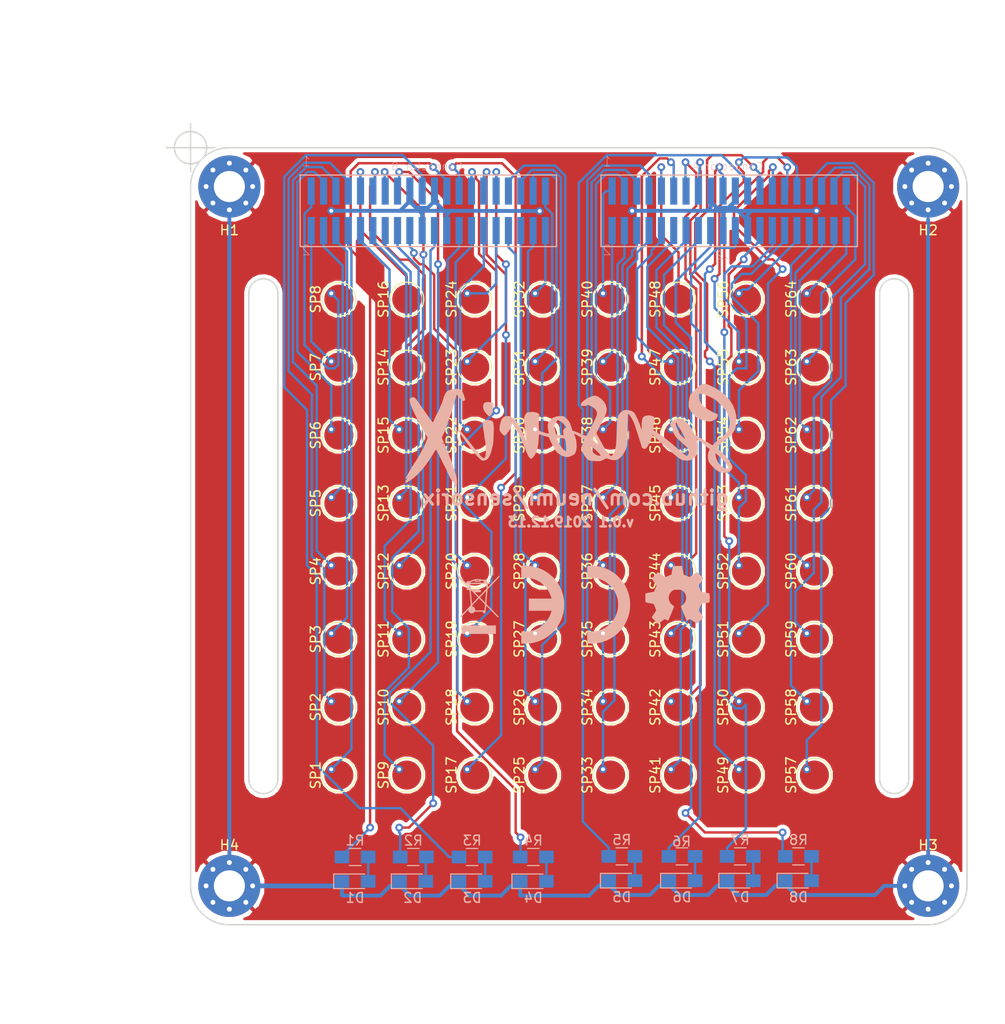
<source format=kicad_pcb>
(kicad_pcb (version 20171130) (host pcbnew "(5.0.1-3-g963ef8bb5)")
  (layers (0 F.Cu signal) (31 B.Cu signal) (34 B.Paste user) (35 F.Paste user) (36 B.SilkS user) (37 F.SilkS user) (38 B.Mask user) (39 F.Mask user) (44 Edge.Cuts user))
  (net 0 "")
  (net 1 "Net-(D1-Pad2)")
  (net 2 GND)
  (net 3 "Net-(D2-Pad2)")
  (net 4 "Net-(D3-Pad2)")
  (net 5 "Net-(D4-Pad2)")
  (net 6 "Net-(D5-Pad2)")
  (net 7 "Net-(D6-Pad2)")
  (net 8 "Net-(D7-Pad2)")
  (net 9 "Net-(D8-Pad2)")
  (net 10 "Net-(J1-Pad40)")
  (net 11 "Net-(J1-Pad39)")
  (net 12 "Net-(J1-Pad38)")
  (net 13 "Net-(J1-Pad37)")
  (net 14 "Net-(J1-Pad36)")
  (net 15 "Net-(J1-Pad35)")
  (net 16 "Net-(J1-Pad34)")
  (net 17 "Net-(J1-Pad33)")
  (net 18 "Net-(J1-Pad32)")
  (net 19 "Net-(J1-Pad31)")
  (net 20 "Net-(J1-Pad30)")
  (net 21 "Net-(J1-Pad29)")
  (net 22 "Net-(J1-Pad28)")
  (net 23 "Net-(J1-Pad27)")
  (net 24 "Net-(J1-Pad26)")
  (net 25 "Net-(J1-Pad25)")
  (net 26 "Net-(J1-Pad23)")
  (net 27 "Net-(J1-Pad22)")
  (net 28 "Net-(J1-Pad19)")
  (net 29 "Net-(J1-Pad18)")
  (net 30 "Net-(J1-Pad16)")
  (net 31 "Net-(J1-Pad15)")
  (net 32 "Net-(J1-Pad14)")
  (net 33 "Net-(J1-Pad13)")
  (net 34 "Net-(J1-Pad12)")
  (net 35 "Net-(J1-Pad11)")
  (net 36 "Net-(J1-Pad10)")
  (net 37 "Net-(J1-Pad9)")
  (net 38 "Net-(J1-Pad8)")
  (net 39 "Net-(J1-Pad7)")
  (net 40 "Net-(J1-Pad6)")
  (net 41 "Net-(J1-Pad5)")
  (net 42 "Net-(J1-Pad4)")
  (net 43 "Net-(J1-Pad3)")
  (net 44 "Net-(J1-Pad2)")
  (net 45 "Net-(J1-Pad1)")
  (net 46 "Net-(J2-Pad1)")
  (net 47 "Net-(J2-Pad2)")
  (net 48 "Net-(J2-Pad3)")
  (net 49 "Net-(J2-Pad4)")
  (net 50 "Net-(J2-Pad5)")
  (net 51 "Net-(J2-Pad6)")
  (net 52 "Net-(J2-Pad7)")
  (net 53 "Net-(J2-Pad8)")
  (net 54 "Net-(J2-Pad9)")
  (net 55 "Net-(J2-Pad10)")
  (net 56 "Net-(J2-Pad11)")
  (net 57 "Net-(J2-Pad12)")
  (net 58 "Net-(J2-Pad13)")
  (net 59 "Net-(J2-Pad14)")
  (net 60 "Net-(J2-Pad15)")
  (net 61 "Net-(J2-Pad16)")
  (net 62 "Net-(J2-Pad18)")
  (net 63 "Net-(J2-Pad19)")
  (net 64 "Net-(J2-Pad22)")
  (net 65 "Net-(J2-Pad23)")
  (net 66 "Net-(J2-Pad25)")
  (net 67 "Net-(J2-Pad26)")
  (net 68 "Net-(J2-Pad27)")
  (net 69 "Net-(J2-Pad28)")
  (net 70 "Net-(J2-Pad29)")
  (net 71 "Net-(J2-Pad30)")
  (net 72 "Net-(J2-Pad31)")
  (net 73 "Net-(J2-Pad32)")
  (net 74 "Net-(J2-Pad33)")
  (net 75 "Net-(J2-Pad34)")
  (net 76 "Net-(J2-Pad35)")
  (net 77 "Net-(J2-Pad36)")
  (net 78 "Net-(J2-Pad37)")
  (net 79 "Net-(J2-Pad38)")
  (net 80 "Net-(J2-Pad39)")
  (net 81 "Net-(J2-Pad40)")
  (module LEDs:LED_0805_HandSoldering (layer B.Cu) (at 86.949512 135.528937)
    (fp_text reference D1 (at 0 1.7) (layer B.SilkS) (effects (justify mirror)))
    (fp_text value LED)
    (pad 2 smd rect (at 1.35 0) (size 1.5 1.3) (layers B.Cu B.Paste B.Mask) (net 1 "Net-(D1-Pad2)"))
    (pad 1 smd rect (at -1.35 0) (size 1.5 1.3) (layers B.Cu B.Paste B.Mask) (net 2 GND))
  )
  (module LEDs:LED_0805_HandSoldering (layer B.Cu) (at 92.886587 135.528937)
    (fp_text reference D2 (at 0 1.7) (layer B.SilkS) (effects (justify mirror)))
    (fp_text value LED)
    (pad 1 smd rect (at -1.35 0) (size 1.5 1.3) (layers B.Cu B.Paste B.Mask) (net 2 GND))
    (pad 2 smd rect (at 1.35 0) (size 1.5 1.3) (layers B.Cu B.Paste B.Mask) (net 3 "Net-(D2-Pad2)"))
  )
  (module LEDs:LED_0805_HandSoldering (layer B.Cu) (at 99.00966 135.528937)
    (fp_text reference D3 (at 0 1.7) (layer B.SilkS) (effects (justify mirror)))
    (fp_text value LED)
    (pad 1 smd rect (at -1.35 0) (size 1.5 1.3) (layers B.Cu B.Paste B.Mask) (net 2 GND))
    (pad 2 smd rect (at 1.35 0) (size 1.5 1.3) (layers B.Cu B.Paste B.Mask) (net 4 "Net-(D3-Pad2)"))
  )
  (module LEDs:LED_0805_HandSoldering (layer B.Cu) (at 105.317588 135.528937)
    (fp_text reference D4 (at 0 1.7) (layer B.SilkS) (effects (justify mirror)))
    (fp_text value LED)
    (pad 2 smd rect (at 1.35 0) (size 1.5 1.3) (layers B.Cu B.Paste B.Mask) (net 5 "Net-(D4-Pad2)"))
    (pad 1 smd rect (at -1.35 0) (size 1.5 1.3) (layers B.Cu B.Paste B.Mask) (net 2 GND))
  )
  (module LEDs:LED_0805_HandSoldering (layer B.Cu) (at 114.436589 135.46711)
    (fp_text reference D5 (at 0 1.7) (layer B.SilkS) (effects (justify mirror)))
    (fp_text value LED)
    (pad 1 smd rect (at -1.35 0) (size 1.5 1.3) (layers B.Cu B.Paste B.Mask) (net 2 GND))
    (pad 2 smd rect (at 1.35 0) (size 1.5 1.3) (layers B.Cu B.Paste B.Mask) (net 6 "Net-(D5-Pad2)"))
  )
  (module LEDs:LED_0805_HandSoldering (layer B.Cu) (at 120.636589 135.46711)
    (fp_text reference D6 (at 0 1.7) (layer B.SilkS) (effects (justify mirror)))
    (fp_text value LED)
    (pad 2 smd rect (at 1.35 0) (size 1.5 1.3) (layers B.Cu B.Paste B.Mask) (net 7 "Net-(D6-Pad2)"))
    (pad 1 smd rect (at -1.35 0) (size 1.5 1.3) (layers B.Cu B.Paste B.Mask) (net 2 GND))
  )
  (module LEDs:LED_0805_HandSoldering (layer B.Cu) (at 126.636589 135.46711)
    (fp_text reference D7 (at 0 1.7) (layer B.SilkS) (effects (justify mirror)))
    (fp_text value LED)
    (pad 2 smd rect (at 1.35 0) (size 1.5 1.3) (layers B.Cu B.Paste B.Mask) (net 8 "Net-(D7-Pad2)"))
    (pad 1 smd rect (at -1.35 0) (size 1.5 1.3) (layers B.Cu B.Paste B.Mask) (net 2 GND))
  )
  (module LEDs:LED_0805_HandSoldering (layer B.Cu) (at 132.636589 135.46711)
    (fp_text reference D8 (at 0 1.7) (layer B.SilkS) (effects (justify mirror)))
    (fp_text value LED)
    (pad 1 smd rect (at -1.35 0) (size 1.5 1.3) (layers B.Cu B.Paste B.Mask) (net 2 GND))
    (pad 2 smd rect (at 1.35 0) (size 1.5 1.3) (layers B.Cu B.Paste B.Mask) (net 9 "Net-(D8-Pad2)"))
  )
  (module Mounting_Holes:MountingHole_3.2mm_M3_Pad_Via (layer F.Cu) (at 74 64)
    (fp_text reference H1 (at 0 4.5) (layer F.SilkS))
    (fp_text value MountingHole_Pad)
    (pad 1 thru_hole circle (at 1.697056 -1.697056) (size 0.8 0.8) (drill 0.5) (layers *.Cu *.Mask) (net 2 GND))
    (pad 1 thru_hole circle (at 0 -2.4) (size 0.8 0.8) (drill 0.5) (layers *.Cu *.Mask) (net 2 GND))
    (pad 1 thru_hole circle (at -1.697056 -1.697056) (size 0.8 0.8) (drill 0.5) (layers *.Cu *.Mask) (net 2 GND))
    (pad 1 thru_hole circle (at -2.4 0) (size 0.8 0.8) (drill 0.5) (layers *.Cu *.Mask) (net 2 GND))
    (pad 1 thru_hole circle (at -1.697056 1.697056) (size 0.8 0.8) (drill 0.5) (layers *.Cu *.Mask) (net 2 GND))
    (pad 1 thru_hole circle (at 0 2.4) (size 0.8 0.8) (drill 0.5) (layers *.Cu *.Mask) (net 2 GND))
    (pad 1 thru_hole circle (at 1.697056 1.697056) (size 0.8 0.8) (drill 0.5) (layers *.Cu *.Mask) (net 2 GND))
    (pad 1 thru_hole circle (at 2.4 0) (size 0.8 0.8) (drill 0.5) (layers *.Cu *.Mask) (net 2 GND))
    (pad 1 thru_hole circle (at 0 0) (size 6.4 6.4) (drill 3.2) (layers *.Cu *.Mask) (net 2 GND))
  )
  (module Mounting_Holes:MountingHole_3.2mm_M3_Pad_Via (layer F.Cu) (at 146 64)
    (fp_text reference H2 (at 0 4.5) (layer F.SilkS))
    (fp_text value MountingHole_Pad)
    (pad 1 thru_hole circle (at 0 0) (size 6.4 6.4) (drill 3.2) (layers *.Cu *.Mask) (net 2 GND))
    (pad 1 thru_hole circle (at 2.4 0) (size 0.8 0.8) (drill 0.5) (layers *.Cu *.Mask) (net 2 GND))
    (pad 1 thru_hole circle (at 1.697056 1.697056) (size 0.8 0.8) (drill 0.5) (layers *.Cu *.Mask) (net 2 GND))
    (pad 1 thru_hole circle (at 0 2.4) (size 0.8 0.8) (drill 0.5) (layers *.Cu *.Mask) (net 2 GND))
    (pad 1 thru_hole circle (at -1.697056 1.697056) (size 0.8 0.8) (drill 0.5) (layers *.Cu *.Mask) (net 2 GND))
    (pad 1 thru_hole circle (at -2.4 0) (size 0.8 0.8) (drill 0.5) (layers *.Cu *.Mask) (net 2 GND))
    (pad 1 thru_hole circle (at -1.697056 -1.697056) (size 0.8 0.8) (drill 0.5) (layers *.Cu *.Mask) (net 2 GND))
    (pad 1 thru_hole circle (at 0 -2.4) (size 0.8 0.8) (drill 0.5) (layers *.Cu *.Mask) (net 2 GND))
    (pad 1 thru_hole circle (at 1.697056 -1.697056) (size 0.8 0.8) (drill 0.5) (layers *.Cu *.Mask) (net 2 GND))
  )
  (module Mounting_Holes:MountingHole_3.2mm_M3_Pad_Via (layer F.Cu) (at 146 136)
    (fp_text reference H3 (at 0 -4.2) (layer F.SilkS))
    (fp_text value MountingHole_Pad)
    (pad 1 thru_hole circle (at 1.697056 -1.697056) (size 0.8 0.8) (drill 0.5) (layers *.Cu *.Mask) (net 2 GND))
    (pad 1 thru_hole circle (at 0 -2.4) (size 0.8 0.8) (drill 0.5) (layers *.Cu *.Mask) (net 2 GND))
    (pad 1 thru_hole circle (at -1.697056 -1.697056) (size 0.8 0.8) (drill 0.5) (layers *.Cu *.Mask) (net 2 GND))
    (pad 1 thru_hole circle (at -2.4 0) (size 0.8 0.8) (drill 0.5) (layers *.Cu *.Mask) (net 2 GND))
    (pad 1 thru_hole circle (at -1.697056 1.697056) (size 0.8 0.8) (drill 0.5) (layers *.Cu *.Mask) (net 2 GND))
    (pad 1 thru_hole circle (at 0 2.4) (size 0.8 0.8) (drill 0.5) (layers *.Cu *.Mask) (net 2 GND))
    (pad 1 thru_hole circle (at 1.697056 1.697056) (size 0.8 0.8) (drill 0.5) (layers *.Cu *.Mask) (net 2 GND))
    (pad 1 thru_hole circle (at 2.4 0) (size 0.8 0.8) (drill 0.5) (layers *.Cu *.Mask) (net 2 GND))
    (pad 1 thru_hole circle (at 0 0) (size 6.4 6.4) (drill 3.2) (layers *.Cu *.Mask) (net 2 GND))
  )
  (module Mounting_Holes:MountingHole_3.2mm_M3_Pad_Via (layer F.Cu) (at 74 136)
    (fp_text reference H4 (at 0 -4.2) (layer F.SilkS))
    (fp_text value MountingHole_Pad)
    (pad 1 thru_hole circle (at 0 0) (size 6.4 6.4) (drill 3.2) (layers *.Cu *.Mask) (net 2 GND))
    (pad 1 thru_hole circle (at 2.4 0) (size 0.8 0.8) (drill 0.5) (layers *.Cu *.Mask) (net 2 GND))
    (pad 1 thru_hole circle (at 1.697056 1.697056) (size 0.8 0.8) (drill 0.5) (layers *.Cu *.Mask) (net 2 GND))
    (pad 1 thru_hole circle (at 0 2.4) (size 0.8 0.8) (drill 0.5) (layers *.Cu *.Mask) (net 2 GND))
    (pad 1 thru_hole circle (at -1.697056 1.697056) (size 0.8 0.8) (drill 0.5) (layers *.Cu *.Mask) (net 2 GND))
    (pad 1 thru_hole circle (at -2.4 0) (size 0.8 0.8) (drill 0.5) (layers *.Cu *.Mask) (net 2 GND))
    (pad 1 thru_hole circle (at -1.697056 -1.697056) (size 0.8 0.8) (drill 0.5) (layers *.Cu *.Mask) (net 2 GND))
    (pad 1 thru_hole circle (at 0 -2.4) (size 0.8 0.8) (drill 0.5) (layers *.Cu *.Mask) (net 2 GND))
    (pad 1 thru_hole circle (at 1.697056 -1.697056) (size 0.8 0.8) (drill 0.5) (layers *.Cu *.Mask) (net 2 GND))
  )
  (module FTS-120-XX-XX-DV:FTS-120-XX-XX-DV (layer B.Cu) (at 94.5 66.5)
    (fp_text reference J1 (at -0.63528 4.57406) (layer B.SilkS) (effects (font (size 0.800362 0.800362) (thickness 0.05)) (justify mirror)))
    (fp_text value "Connector B" (at -0.12725 -4.58108) (layer B.SilkS) (effects (font (size 0.801591 0.801591) (thickness 0.05)) (justify mirror)))
    (fp_text user 2 (at -12.5967 4.07165) (layer B.SilkS) (effects (font (thickness 0.05)) (justify mirror)))
    (fp_text user 1 (at -12.582 -5.08365) (layer B.SilkS) (effects (font (thickness 0.05)) (justify mirror)))
    (pad 40 smd rect (at 12.065 2.032) (size 0.7366 2.794) (layers B.Cu B.Paste B.Mask) (net 10 "Net-(J1-Pad40)"))
    (pad 39 smd rect (at 12.065 -2.032) (size 0.7366 2.794) (layers B.Cu B.Paste B.Mask) (net 11 "Net-(J1-Pad39)"))
    (pad 38 smd rect (at 10.795 2.032) (size 0.7366 2.794) (layers B.Cu B.Paste B.Mask) (net 12 "Net-(J1-Pad38)"))
    (pad 37 smd rect (at 10.795 -2.032) (size 0.7366 2.794) (layers B.Cu B.Paste B.Mask) (net 13 "Net-(J1-Pad37)"))
    (pad 36 smd rect (at 9.525 2.032) (size 0.7366 2.794) (layers B.Cu B.Paste B.Mask) (net 14 "Net-(J1-Pad36)"))
    (pad 35 smd rect (at 9.525 -2.032) (size 0.7366 2.794) (layers B.Cu B.Paste B.Mask) (net 15 "Net-(J1-Pad35)"))
    (pad 34 smd rect (at 8.255 2.032) (size 0.7366 2.794) (layers B.Cu B.Paste B.Mask) (net 16 "Net-(J1-Pad34)"))
    (pad 33 smd rect (at 8.255 -2.032) (size 0.7366 2.794) (layers B.Cu B.Paste B.Mask) (net 17 "Net-(J1-Pad33)"))
    (pad 32 smd rect (at 6.985 2.032) (size 0.7366 2.794) (layers B.Cu B.Paste B.Mask) (net 18 "Net-(J1-Pad32)"))
    (pad 31 smd rect (at 6.985 -2.032) (size 0.7366 2.794) (layers B.Cu B.Paste B.Mask) (net 19 "Net-(J1-Pad31)"))
    (pad 30 smd rect (at 5.715 2.032) (size 0.7366 2.794) (layers B.Cu B.Paste B.Mask) (net 20 "Net-(J1-Pad30)"))
    (pad 29 smd rect (at 5.715 -2.032) (size 0.7366 2.794) (layers B.Cu B.Paste B.Mask) (net 21 "Net-(J1-Pad29)"))
    (pad 28 smd rect (at 4.445 2.032) (size 0.7366 2.794) (layers B.Cu B.Paste B.Mask) (net 22 "Net-(J1-Pad28)"))
    (pad 27 smd rect (at 4.445 -2.032) (size 0.7366 2.794) (layers B.Cu B.Paste B.Mask) (net 23 "Net-(J1-Pad27)"))
    (pad 26 smd rect (at 3.175 2.032) (size 0.7366 2.794) (layers B.Cu B.Paste B.Mask) (net 24 "Net-(J1-Pad26)"))
    (pad 25 smd rect (at 3.175 -2.032) (size 0.7366 2.794) (layers B.Cu B.Paste B.Mask) (net 25 "Net-(J1-Pad25)"))
    (pad 24 smd rect (at 1.905 2.032) (size 0.7366 2.794) (layers B.Cu B.Paste B.Mask) (net 2 GND))
    (pad 23 smd rect (at 1.905 -2.032) (size 0.7366 2.794) (layers B.Cu B.Paste B.Mask) (net 26 "Net-(J1-Pad23)"))
    (pad 22 smd rect (at 0.635 2.032) (size 0.7366 2.794) (layers B.Cu B.Paste B.Mask) (net 27 "Net-(J1-Pad22)"))
    (pad 21 smd rect (at 0.635 -2.032) (size 0.7366 2.794) (layers B.Cu B.Paste B.Mask) (net 2 GND))
    (pad 20 smd rect (at -0.635 2.032) (size 0.7366 2.794) (layers B.Cu B.Paste B.Mask) (net 2 GND))
    (pad 19 smd rect (at -0.635 -2.032) (size 0.7366 2.794) (layers B.Cu B.Paste B.Mask) (net 28 "Net-(J1-Pad19)"))
    (pad 18 smd rect (at -1.905 2.032) (size 0.7366 2.794) (layers B.Cu B.Paste B.Mask) (net 29 "Net-(J1-Pad18)"))
    (pad 17 smd rect (at -1.905 -2.032) (size 0.7366 2.794) (layers B.Cu B.Paste B.Mask) (net 2 GND))
    (pad 16 smd rect (at -3.175 2.032) (size 0.7366 2.794) (layers B.Cu B.Paste B.Mask) (net 30 "Net-(J1-Pad16)"))
    (pad 15 smd rect (at -3.175 -2.032) (size 0.7366 2.794) (layers B.Cu B.Paste B.Mask) (net 31 "Net-(J1-Pad15)"))
    (pad 14 smd rect (at -4.445 2.032) (size 0.7366 2.794) (layers B.Cu B.Paste B.Mask) (net 32 "Net-(J1-Pad14)"))
    (pad 13 smd rect (at -4.445 -2.032) (size 0.7366 2.794) (layers B.Cu B.Paste B.Mask) (net 33 "Net-(J1-Pad13)"))
    (pad 12 smd rect (at -5.715 2.032) (size 0.7366 2.794) (layers B.Cu B.Paste B.Mask) (net 34 "Net-(J1-Pad12)"))
    (pad 11 smd rect (at -5.715 -2.032) (size 0.7366 2.794) (layers B.Cu B.Paste B.Mask) (net 35 "Net-(J1-Pad11)"))
    (pad 10 smd rect (at -6.985 2.032) (size 0.7366 2.794) (layers B.Cu B.Paste B.Mask) (net 36 "Net-(J1-Pad10)"))
    (pad 9 smd rect (at -6.985 -2.032) (size 0.7366 2.794) (layers B.Cu B.Paste B.Mask) (net 37 "Net-(J1-Pad9)"))
    (pad 8 smd rect (at -8.255 2.032) (size 0.7366 2.794) (layers B.Cu B.Paste B.Mask) (net 38 "Net-(J1-Pad8)"))
    (pad 7 smd rect (at -8.255 -2.032) (size 0.7366 2.794) (layers B.Cu B.Paste B.Mask) (net 39 "Net-(J1-Pad7)"))
    (pad 6 smd rect (at -9.525 2.032) (size 0.7366 2.794) (layers B.Cu B.Paste B.Mask) (net 40 "Net-(J1-Pad6)"))
    (pad 5 smd rect (at -9.525 -2.032) (size 0.7366 2.794) (layers B.Cu B.Paste B.Mask) (net 41 "Net-(J1-Pad5)"))
    (pad 4 smd rect (at -10.795 2.032) (size 0.7366 2.794) (layers B.Cu B.Paste B.Mask) (net 42 "Net-(J1-Pad4)"))
    (pad 3 smd rect (at -10.795 -2.032) (size 0.7366 2.794) (layers B.Cu B.Paste B.Mask) (net 43 "Net-(J1-Pad3)"))
    (pad 2 smd rect (at -12.065 2.032) (size 0.7366 2.794) (layers B.Cu B.Paste B.Mask) (net 44 "Net-(J1-Pad2)"))
    (pad 1 smd rect (at -12.065 -2.032) (size 0.7366 2.794) (layers B.Cu B.Paste B.Mask) (net 45 "Net-(J1-Pad1)"))
  )
  (module FTS-120-XX-XX-DV:FTS-120-XX-XX-DV (layer B.Cu) (at 125.5 66.5)
    (fp_text reference J2 (at -0.63528 4.57406) (layer B.SilkS) (effects (font (size 0.800362 0.800362) (thickness 0.05)) (justify mirror)))
    (fp_text value "Connector A" (at -0.12725 -4.58108) (layer B.SilkS) (effects (font (size 0.801591 0.801591) (thickness 0.05)) (justify mirror)))
    (fp_text user 1 (at -12.582 -5.08365) (layer B.SilkS) (effects (font (thickness 0.05)) (justify mirror)))
    (fp_text user 2 (at -12.5967 4.07165) (layer B.SilkS) (effects (font (thickness 0.05)) (justify mirror)))
    (pad 1 smd rect (at -12.065 -2.032) (size 0.7366 2.794) (layers B.Cu B.Paste B.Mask) (net 46 "Net-(J2-Pad1)"))
    (pad 2 smd rect (at -12.065 2.032) (size 0.7366 2.794) (layers B.Cu B.Paste B.Mask) (net 47 "Net-(J2-Pad2)"))
    (pad 3 smd rect (at -10.795 -2.032) (size 0.7366 2.794) (layers B.Cu B.Paste B.Mask) (net 48 "Net-(J2-Pad3)"))
    (pad 4 smd rect (at -10.795 2.032) (size 0.7366 2.794) (layers B.Cu B.Paste B.Mask) (net 49 "Net-(J2-Pad4)"))
    (pad 5 smd rect (at -9.525 -2.032) (size 0.7366 2.794) (layers B.Cu B.Paste B.Mask) (net 50 "Net-(J2-Pad5)"))
    (pad 6 smd rect (at -9.525 2.032) (size 0.7366 2.794) (layers B.Cu B.Paste B.Mask) (net 51 "Net-(J2-Pad6)"))
    (pad 7 smd rect (at -8.255 -2.032) (size 0.7366 2.794) (layers B.Cu B.Paste B.Mask) (net 52 "Net-(J2-Pad7)"))
    (pad 8 smd rect (at -8.255 2.032) (size 0.7366 2.794) (layers B.Cu B.Paste B.Mask) (net 53 "Net-(J2-Pad8)"))
    (pad 9 smd rect (at -6.985 -2.032) (size 0.7366 2.794) (layers B.Cu B.Paste B.Mask) (net 54 "Net-(J2-Pad9)"))
    (pad 10 smd rect (at -6.985 2.032) (size 0.7366 2.794) (layers B.Cu B.Paste B.Mask) (net 55 "Net-(J2-Pad10)"))
    (pad 11 smd rect (at -5.715 -2.032) (size 0.7366 2.794) (layers B.Cu B.Paste B.Mask) (net 56 "Net-(J2-Pad11)"))
    (pad 12 smd rect (at -5.715 2.032) (size 0.7366 2.794) (layers B.Cu B.Paste B.Mask) (net 57 "Net-(J2-Pad12)"))
    (pad 13 smd rect (at -4.445 -2.032) (size 0.7366 2.794) (layers B.Cu B.Paste B.Mask) (net 58 "Net-(J2-Pad13)"))
    (pad 14 smd rect (at -4.445 2.032) (size 0.7366 2.794) (layers B.Cu B.Paste B.Mask) (net 59 "Net-(J2-Pad14)"))
    (pad 15 smd rect (at -3.175 -2.032) (size 0.7366 2.794) (layers B.Cu B.Paste B.Mask) (net 60 "Net-(J2-Pad15)"))
    (pad 16 smd rect (at -3.175 2.032) (size 0.7366 2.794) (layers B.Cu B.Paste B.Mask) (net 61 "Net-(J2-Pad16)"))
    (pad 17 smd rect (at -1.905 -2.032) (size 0.7366 2.794) (layers B.Cu B.Paste B.Mask) (net 2 GND))
    (pad 18 smd rect (at -1.905 2.032) (size 0.7366 2.794) (layers B.Cu B.Paste B.Mask) (net 62 "Net-(J2-Pad18)"))
    (pad 19 smd rect (at -0.635 -2.032) (size 0.7366 2.794) (layers B.Cu B.Paste B.Mask) (net 63 "Net-(J2-Pad19)"))
    (pad 20 smd rect (at -0.635 2.032) (size 0.7366 2.794) (layers B.Cu B.Paste B.Mask) (net 2 GND))
    (pad 21 smd rect (at 0.635 -2.032) (size 0.7366 2.794) (layers B.Cu B.Paste B.Mask) (net 2 GND))
    (pad 22 smd rect (at 0.635 2.032) (size 0.7366 2.794) (layers B.Cu B.Paste B.Mask) (net 64 "Net-(J2-Pad22)"))
    (pad 23 smd rect (at 1.905 -2.032) (size 0.7366 2.794) (layers B.Cu B.Paste B.Mask) (net 65 "Net-(J2-Pad23)"))
    (pad 24 smd rect (at 1.905 2.032) (size 0.7366 2.794) (layers B.Cu B.Paste B.Mask) (net 2 GND))
    (pad 25 smd rect (at 3.175 -2.032) (size 0.7366 2.794) (layers B.Cu B.Paste B.Mask) (net 66 "Net-(J2-Pad25)"))
    (pad 26 smd rect (at 3.175 2.032) (size 0.7366 2.794) (layers B.Cu B.Paste B.Mask) (net 67 "Net-(J2-Pad26)"))
    (pad 27 smd rect (at 4.445 -2.032) (size 0.7366 2.794) (layers B.Cu B.Paste B.Mask) (net 68 "Net-(J2-Pad27)"))
    (pad 28 smd rect (at 4.445 2.032) (size 0.7366 2.794) (layers B.Cu B.Paste B.Mask) (net 69 "Net-(J2-Pad28)"))
    (pad 29 smd rect (at 5.715 -2.032) (size 0.7366 2.794) (layers B.Cu B.Paste B.Mask) (net 70 "Net-(J2-Pad29)"))
    (pad 30 smd rect (at 5.715 2.032) (size 0.7366 2.794) (layers B.Cu B.Paste B.Mask) (net 71 "Net-(J2-Pad30)"))
    (pad 31 smd rect (at 6.985 -2.032) (size 0.7366 2.794) (layers B.Cu B.Paste B.Mask) (net 72 "Net-(J2-Pad31)"))
    (pad 32 smd rect (at 6.985 2.032) (size 0.7366 2.794) (layers B.Cu B.Paste B.Mask) (net 73 "Net-(J2-Pad32)"))
    (pad 33 smd rect (at 8.255 -2.032) (size 0.7366 2.794) (layers B.Cu B.Paste B.Mask) (net 74 "Net-(J2-Pad33)"))
    (pad 34 smd rect (at 8.255 2.032) (size 0.7366 2.794) (layers B.Cu B.Paste B.Mask) (net 75 "Net-(J2-Pad34)"))
    (pad 35 smd rect (at 9.525 -2.032) (size 0.7366 2.794) (layers B.Cu B.Paste B.Mask) (net 76 "Net-(J2-Pad35)"))
    (pad 36 smd rect (at 9.525 2.032) (size 0.7366 2.794) (layers B.Cu B.Paste B.Mask) (net 77 "Net-(J2-Pad36)"))
    (pad 37 smd rect (at 10.795 -2.032) (size 0.7366 2.794) (layers B.Cu B.Paste B.Mask) (net 78 "Net-(J2-Pad37)"))
    (pad 38 smd rect (at 10.795 2.032) (size 0.7366 2.794) (layers B.Cu B.Paste B.Mask) (net 79 "Net-(J2-Pad38)"))
    (pad 39 smd rect (at 12.065 -2.032) (size 0.7366 2.794) (layers B.Cu B.Paste B.Mask) (net 80 "Net-(J2-Pad39)"))
    (pad 40 smd rect (at 12.065 2.032) (size 0.7366 2.794) (layers B.Cu B.Paste B.Mask) (net 81 "Net-(J2-Pad40)"))
  )
  (module Resistors_SMD:R_0805_HandSoldering (layer B.Cu) (at 86.949512 133.028937 180)
    (fp_text reference R1 (at 0 1.7 180) (layer B.SilkS) (effects (justify mirror)))
    (fp_text value R)
    (pad 1 smd rect (at -1.35 0 180) (size 1.5 1.3) (layers B.Cu B.Paste B.Mask) (net 1 "Net-(D1-Pad2)"))
    (pad 2 smd rect (at 1.35 0 180) (size 1.5 1.3) (layers B.Cu B.Paste B.Mask) (net 26 "Net-(J1-Pad23)"))
  )
  (module Resistors_SMD:R_0805_HandSoldering (layer B.Cu) (at 92.949512 133.028937 180)
    (fp_text reference R2 (at 0 1.7 180) (layer B.SilkS) (effects (justify mirror)))
    (fp_text value R)
    (pad 2 smd rect (at 1.35 0 180) (size 1.5 1.3) (layers B.Cu B.Paste B.Mask) (net 27 "Net-(J1-Pad22)"))
    (pad 1 smd rect (at -1.35 0 180) (size 1.5 1.3) (layers B.Cu B.Paste B.Mask) (net 3 "Net-(D2-Pad2)"))
  )
  (module Resistors_SMD:R_0805_HandSoldering (layer B.Cu) (at 99.00966 133.028937 180)
    (fp_text reference R3 (at 0 1.7 180) (layer B.SilkS) (effects (justify mirror)))
    (fp_text value R)
    (pad 1 smd rect (at -1.35 0 180) (size 1.5 1.3) (layers B.Cu B.Paste B.Mask) (net 4 "Net-(D3-Pad2)"))
    (pad 2 smd rect (at 1.35 0 180) (size 1.5 1.3) (layers B.Cu B.Paste B.Mask) (net 28 "Net-(J1-Pad19)"))
  )
  (module Resistors_SMD:R_0805_HandSoldering (layer B.Cu) (at 105.317588 133.028937 180)
    (fp_text reference R4 (at 0 1.7 180) (layer B.SilkS) (effects (justify mirror)))
    (fp_text value R)
    (pad 2 smd rect (at 1.35 0 180) (size 1.5 1.3) (layers B.Cu B.Paste B.Mask) (net 29 "Net-(J1-Pad18)"))
    (pad 1 smd rect (at -1.35 0 180) (size 1.5 1.3) (layers B.Cu B.Paste B.Mask) (net 5 "Net-(D4-Pad2)"))
  )
  (module Resistors_SMD:R_0805_HandSoldering (layer B.Cu) (at 114.436589 132.96711 180)
    (fp_text reference R5 (at 0 1.7 180) (layer B.SilkS) (effects (justify mirror)))
    (fp_text value R)
    (pad 1 smd rect (at -1.35 0 180) (size 1.5 1.3) (layers B.Cu B.Paste B.Mask) (net 6 "Net-(D5-Pad2)"))
    (pad 2 smd rect (at 1.35 0 180) (size 1.5 1.3) (layers B.Cu B.Paste B.Mask) (net 65 "Net-(J2-Pad23)"))
  )
  (module Resistors_SMD:R_0805_HandSoldering (layer B.Cu) (at 120.636589 132.96711 180)
    (fp_text reference R6 (at 0.042072 1.529673 180) (layer B.SilkS) (effects (justify mirror)))
    (fp_text value R)
    (pad 2 smd rect (at 1.35 0 180) (size 1.5 1.3) (layers B.Cu B.Paste B.Mask) (net 64 "Net-(J2-Pad22)"))
    (pad 1 smd rect (at -1.35 0 180) (size 1.5 1.3) (layers B.Cu B.Paste B.Mask) (net 7 "Net-(D6-Pad2)"))
  )
  (module Resistors_SMD:R_0805_HandSoldering (layer B.Cu) (at 126.636589 132.96711 180)
    (fp_text reference R7 (at 0 1.7 180) (layer B.SilkS) (effects (justify mirror)))
    (fp_text value R)
    (pad 1 smd rect (at -1.35 0 180) (size 1.5 1.3) (layers B.Cu B.Paste B.Mask) (net 8 "Net-(D7-Pad2)"))
    (pad 2 smd rect (at 1.35 0 180) (size 1.5 1.3) (layers B.Cu B.Paste B.Mask) (net 63 "Net-(J2-Pad19)"))
  )
  (module Resistors_SMD:R_0805_HandSoldering (layer B.Cu) (at 132.636589 132.96711 180)
    (fp_text reference R8 (at 0 1.7 180) (layer B.SilkS) (effects (justify mirror)))
    (fp_text value R)
    (pad 2 smd rect (at 1.35 0 180) (size 1.5 1.3) (layers B.Cu B.Paste B.Mask) (net 62 "Net-(J2-Pad18)"))
    (pad 1 smd rect (at -1.35 0 180) (size 1.5 1.3) (layers B.Cu B.Paste B.Mask) (net 9 "Net-(D8-Pad2)"))
  )
  (module Connectors_TestPoints:Test_Point_Pad_d3.0mm (layer F.Cu) (at 85.28117 124.596354 90)
    (fp_text reference SP1 (at 0 -2.398 90) (layer F.SilkS))
    (fp_text value skin_pad)
    (pad 1 smd circle (at 0 0 90) (size 3 3) (layers F.Cu F.Mask) (net 38 "Net-(J1-Pad8)"))
  )
  (module Connectors_TestPoints:Test_Point_Pad_d3.0mm (layer F.Cu) (at 85.28117 117.596354 90)
    (fp_text reference SP2 (at 0 -2.398 90) (layer F.SilkS))
    (fp_text value skin_pad)
    (pad 1 smd circle (at 0 0 90) (size 3 3) (layers F.Cu F.Mask) (net 39 "Net-(J1-Pad7)"))
  )
  (module Connectors_TestPoints:Test_Point_Pad_d3.0mm (layer F.Cu) (at 85.28117 110.596354 90)
    (fp_text reference SP3 (at 0 -2.398 90) (layer F.SilkS))
    (fp_text value skin_pad)
    (pad 1 smd circle (at 0 0 90) (size 3 3) (layers F.Cu F.Mask) (net 40 "Net-(J1-Pad6)"))
  )
  (module Connectors_TestPoints:Test_Point_Pad_d3.0mm (layer F.Cu) (at 85.28117 103.596354 90)
    (fp_text reference SP4 (at 0 -2.398 90) (layer F.SilkS))
    (fp_text value skin_pad)
    (pad 1 smd circle (at 0 0 90) (size 3 3) (layers F.Cu F.Mask) (net 41 "Net-(J1-Pad5)"))
  )
  (module Connectors_TestPoints:Test_Point_Pad_d3.0mm (layer F.Cu) (at 85.28117 96.596354 90)
    (fp_text reference SP5 (at 0 -2.398 90) (layer F.SilkS))
    (fp_text value skin_pad)
    (pad 1 smd circle (at 0 0 90) (size 3 3) (layers F.Cu F.Mask) (net 42 "Net-(J1-Pad4)"))
  )
  (module Connectors_TestPoints:Test_Point_Pad_d3.0mm (layer F.Cu) (at 85.28117 89.596354 90)
    (fp_text reference SP6 (at 0 -2.398 90) (layer F.SilkS))
    (fp_text value skin_pad)
    (pad 1 smd circle (at 0 0 90) (size 3 3) (layers F.Cu F.Mask) (net 43 "Net-(J1-Pad3)"))
  )
  (module Connectors_TestPoints:Test_Point_Pad_d3.0mm (layer F.Cu) (at 85.28117 82.596354 90)
    (fp_text reference SP7 (at 0 -2.398 90) (layer F.SilkS))
    (fp_text value skin_pad)
    (pad 1 smd circle (at 0 0 90) (size 3 3) (layers F.Cu F.Mask) (net 44 "Net-(J1-Pad2)"))
  )
  (module Connectors_TestPoints:Test_Point_Pad_d3.0mm (layer F.Cu) (at 85.28117 75.596354 90)
    (fp_text reference SP8 (at 0 -2.398 90) (layer F.SilkS))
    (fp_text value skin_pad)
    (pad 1 smd circle (at 0 0 90) (size 3 3) (layers F.Cu F.Mask) (net 45 "Net-(J1-Pad1)"))
  )
  (module Connectors_TestPoints:Test_Point_Pad_d3.0mm (layer F.Cu) (at 92.28117 124.596354 90)
    (fp_text reference SP9 (at 0 -2.398 90) (layer F.SilkS))
    (fp_text value skin_pad)
    (pad 1 smd circle (at 0 0 90) (size 3 3) (layers F.Cu F.Mask) (net 30 "Net-(J1-Pad16)"))
  )
  (module Connectors_TestPoints:Test_Point_Pad_d3.0mm (layer F.Cu) (at 92.28117 117.596354 90)
    (fp_text reference SP10 (at 0 -2.398 90) (layer F.SilkS))
    (fp_text value skin_pad)
    (pad 1 smd circle (at 0 0 90) (size 3 3) (layers F.Cu F.Mask) (net 31 "Net-(J1-Pad15)"))
  )
  (module Connectors_TestPoints:Test_Point_Pad_d3.0mm (layer F.Cu) (at 92.28117 110.596354 90)
    (fp_text reference SP11 (at 0 -2.398 90) (layer F.SilkS))
    (fp_text value skin_pad)
    (pad 1 smd circle (at 0 0 90) (size 3 3) (layers F.Cu F.Mask) (net 32 "Net-(J1-Pad14)"))
  )
  (module Connectors_TestPoints:Test_Point_Pad_d3.0mm (layer F.Cu) (at 92.28117 103.596354 90)
    (fp_text reference SP12 (at 0 -2.398 90) (layer F.SilkS))
    (fp_text value skin_pad)
    (pad 1 smd circle (at 0 0 90) (size 3 3) (layers F.Cu F.Mask) (net 33 "Net-(J1-Pad13)"))
  )
  (module Connectors_TestPoints:Test_Point_Pad_d3.0mm (layer F.Cu) (at 92.28117 96.596354 90)
    (fp_text reference SP13 (at 0 -2.398 90) (layer F.SilkS))
    (fp_text value skin_pad)
    (pad 1 smd circle (at 0 0 90) (size 3 3) (layers F.Cu F.Mask) (net 34 "Net-(J1-Pad12)"))
  )
  (module Connectors_TestPoints:Test_Point_Pad_d3.0mm (layer F.Cu) (at 92.28117 82.596354 90)
    (fp_text reference SP14 (at 0 -2.398 90) (layer F.SilkS))
    (fp_text value skin_pad)
    (pad 1 smd circle (at 0 0 90) (size 3 3) (layers F.Cu F.Mask) (net 35 "Net-(J1-Pad11)"))
  )
  (module Connectors_TestPoints:Test_Point_Pad_d3.0mm (layer F.Cu) (at 92.28117 89.596354 90)
    (fp_text reference SP15 (at 0 -2.398 90) (layer F.SilkS))
    (fp_text value skin_pad)
    (pad 1 smd circle (at 0 0 90) (size 3 3) (layers F.Cu F.Mask) (net 36 "Net-(J1-Pad10)"))
  )
  (module Connectors_TestPoints:Test_Point_Pad_d3.0mm (layer F.Cu) (at 92.28117 75.596354 90)
    (fp_text reference SP16 (at 0 -2.398 90) (layer F.SilkS))
    (fp_text value skin_pad)
    (pad 1 smd circle (at 0 0 90) (size 3 3) (layers F.Cu F.Mask) (net 37 "Net-(J1-Pad9)"))
  )
  (module Connectors_TestPoints:Test_Point_Pad_d3.0mm (layer F.Cu) (at 99.28117 124.596354 90)
    (fp_text reference SP17 (at 0 -2.398 90) (layer F.SilkS))
    (fp_text value skin_pad)
    (pad 1 smd circle (at 0 0 90) (size 3 3) (layers F.Cu F.Mask) (net 25 "Net-(J1-Pad25)"))
  )
  (module Connectors_TestPoints:Test_Point_Pad_d3.0mm (layer F.Cu) (at 99.28117 117.596354 90)
    (fp_text reference SP18 (at 0 -2.398 90) (layer F.SilkS))
    (fp_text value skin_pad)
    (pad 1 smd circle (at 0 0 90) (size 3 3) (layers F.Cu F.Mask) (net 24 "Net-(J1-Pad26)"))
  )
  (module Connectors_TestPoints:Test_Point_Pad_d3.0mm (layer F.Cu) (at 99.28117 110.596354 90)
    (fp_text reference SP19 (at 0 -2.398 90) (layer F.SilkS))
    (fp_text value skin_pad)
    (pad 1 smd circle (at 0 0 90) (size 3 3) (layers F.Cu F.Mask) (net 23 "Net-(J1-Pad27)"))
  )
  (module Connectors_TestPoints:Test_Point_Pad_d3.0mm (layer F.Cu) (at 99.28117 103.596354 90)
    (fp_text reference SP20 (at 0 -2.398 90) (layer F.SilkS))
    (fp_text value skin_pad)
    (pad 1 smd circle (at 0 0 90) (size 3 3) (layers F.Cu F.Mask) (net 22 "Net-(J1-Pad28)"))
  )
  (module Connectors_TestPoints:Test_Point_Pad_d3.0mm (layer F.Cu) (at 99.28117 96.596354 90)
    (fp_text reference SP21 (at 0 -2.398 90) (layer F.SilkS))
    (fp_text value skin_pad)
    (pad 1 smd circle (at 0 0 90) (size 3 3) (layers F.Cu F.Mask) (net 21 "Net-(J1-Pad29)"))
  )
  (module Connectors_TestPoints:Test_Point_Pad_d3.0mm (layer F.Cu) (at 99.28117 89.596354 90)
    (fp_text reference SP22 (at 0 -2.398 90) (layer F.SilkS))
    (fp_text value skin_pad)
    (pad 1 smd circle (at 0 0 90) (size 3 3) (layers F.Cu F.Mask) (net 20 "Net-(J1-Pad30)"))
  )
  (module Connectors_TestPoints:Test_Point_Pad_d3.0mm (layer F.Cu) (at 99.28117 82.596354 90)
    (fp_text reference SP23 (at 0 -2.398 90) (layer F.SilkS))
    (fp_text value skin_pad)
    (pad 1 smd circle (at 0 0 90) (size 3 3) (layers F.Cu F.Mask) (net 19 "Net-(J1-Pad31)"))
  )
  (module Connectors_TestPoints:Test_Point_Pad_d3.0mm (layer F.Cu) (at 99.28117 75.596354 90)
    (fp_text reference SP24 (at 0 -2.398 90) (layer F.SilkS))
    (fp_text value skin_pad)
    (pad 1 smd circle (at 0 0 90) (size 3 3) (layers F.Cu F.Mask) (net 18 "Net-(J1-Pad32)"))
  )
  (module Connectors_TestPoints:Test_Point_Pad_d3.0mm (layer F.Cu) (at 106.28117 124.596354 90)
    (fp_text reference SP25 (at 0 -2.398 90) (layer F.SilkS))
    (fp_text value skin_pad)
    (pad 1 smd circle (at 0 0 90) (size 3 3) (layers F.Cu F.Mask) (net 17 "Net-(J1-Pad33)"))
  )
  (module Connectors_TestPoints:Test_Point_Pad_d3.0mm (layer F.Cu) (at 106.28117 117.596354 90)
    (fp_text reference SP26 (at 0 -2.398 90) (layer F.SilkS))
    (fp_text value skin_pad)
    (pad 1 smd circle (at 0 0 90) (size 3 3) (layers F.Cu F.Mask) (net 16 "Net-(J1-Pad34)"))
  )
  (module Connectors_TestPoints:Test_Point_Pad_d3.0mm (layer F.Cu) (at 106.28117 110.596354 90)
    (fp_text reference SP27 (at 0 -2.398 90) (layer F.SilkS))
    (fp_text value skin_pad)
    (pad 1 smd circle (at 0 0 90) (size 3 3) (layers F.Cu F.Mask) (net 15 "Net-(J1-Pad35)"))
  )
  (module Connectors_TestPoints:Test_Point_Pad_d3.0mm (layer F.Cu) (at 106.28117 103.596354 90)
    (fp_text reference SP28 (at 0 -2.398 90) (layer F.SilkS))
    (fp_text value skin_pad)
    (pad 1 smd circle (at 0 0 90) (size 3 3) (layers F.Cu F.Mask) (net 14 "Net-(J1-Pad36)"))
  )
  (module Connectors_TestPoints:Test_Point_Pad_d3.0mm (layer F.Cu) (at 106.28117 96.596354 90)
    (fp_text reference SP29 (at 0 -2.398 90) (layer F.SilkS))
    (fp_text value skin_pad)
    (pad 1 smd circle (at 0 0 90) (size 3 3) (layers F.Cu F.Mask) (net 13 "Net-(J1-Pad37)"))
  )
  (module Connectors_TestPoints:Test_Point_Pad_d3.0mm (layer F.Cu) (at 106.28117 89.596354 90)
    (fp_text reference SP30 (at 0 -2.398 90) (layer F.SilkS))
    (fp_text value skin_pad)
    (pad 1 smd circle (at 0 0 90) (size 3 3) (layers F.Cu F.Mask) (net 12 "Net-(J1-Pad38)"))
  )
  (module Connectors_TestPoints:Test_Point_Pad_d3.0mm (layer F.Cu) (at 106.28117 82.596354 90)
    (fp_text reference SP31 (at 0 -2.398 90) (layer F.SilkS))
    (fp_text value skin_pad)
    (pad 1 smd circle (at 0 0 90) (size 3 3) (layers F.Cu F.Mask) (net 11 "Net-(J1-Pad39)"))
  )
  (module Connectors_TestPoints:Test_Point_Pad_d3.0mm (layer F.Cu) (at 106.28117 75.596354 90)
    (fp_text reference SP32 (at 0 -2.398 90) (layer F.SilkS))
    (fp_text value skin_pad)
    (pad 1 smd circle (at 0 0 90) (size 3 3) (layers F.Cu F.Mask) (net 10 "Net-(J1-Pad40)"))
  )
  (module Connectors_TestPoints:Test_Point_Pad_d3.0mm (layer F.Cu) (at 113.28117 124.596354 90)
    (fp_text reference SP33 (at 0 -2.398 90) (layer F.SilkS))
    (fp_text value skin_pad)
    (pad 1 smd circle (at 0 0 90) (size 3 3) (layers F.Cu F.Mask) (net 53 "Net-(J2-Pad8)"))
  )
  (module Connectors_TestPoints:Test_Point_Pad_d3.0mm (layer F.Cu) (at 113.28117 117.596354 90)
    (fp_text reference SP34 (at 0 -2.398 90) (layer F.SilkS))
    (fp_text value skin_pad)
    (pad 1 smd circle (at 0 0 90) (size 3 3) (layers F.Cu F.Mask) (net 52 "Net-(J2-Pad7)"))
  )
  (module Connectors_TestPoints:Test_Point_Pad_d3.0mm (layer F.Cu) (at 113.28117 110.596354 90)
    (fp_text reference SP35 (at 0 -2.398 90) (layer F.SilkS))
    (fp_text value skin_pad)
    (pad 1 smd circle (at 0 0 90) (size 3 3) (layers F.Cu F.Mask) (net 51 "Net-(J2-Pad6)"))
  )
  (module Connectors_TestPoints:Test_Point_Pad_d3.0mm (layer F.Cu) (at 113.28117 103.596354 90)
    (fp_text reference SP36 (at 0 -2.398 90) (layer F.SilkS))
    (fp_text value skin_pad)
    (pad 1 smd circle (at 0 0 90) (size 3 3) (layers F.Cu F.Mask) (net 50 "Net-(J2-Pad5)"))
  )
  (module Connectors_TestPoints:Test_Point_Pad_d3.0mm (layer F.Cu) (at 113.28117 96.596354 90)
    (fp_text reference SP37 (at 0 -2.398 90) (layer F.SilkS))
    (fp_text value skin_pad)
    (pad 1 smd circle (at 0 0 90) (size 3 3) (layers F.Cu F.Mask) (net 49 "Net-(J2-Pad4)"))
  )
  (module Connectors_TestPoints:Test_Point_Pad_d3.0mm (layer F.Cu) (at 113.28117 89.596354 90)
    (fp_text reference SP38 (at 0 -2.398 90) (layer F.SilkS))
    (fp_text value skin_pad)
    (pad 1 smd circle (at 0 0 90) (size 3 3) (layers F.Cu F.Mask) (net 48 "Net-(J2-Pad3)"))
  )
  (module Connectors_TestPoints:Test_Point_Pad_d3.0mm (layer F.Cu) (at 113.28117 82.596354 90)
    (fp_text reference SP39 (at 0 -2.398 90) (layer F.SilkS))
    (fp_text value skin_pad)
    (pad 1 smd circle (at 0 0 90) (size 3 3) (layers F.Cu F.Mask) (net 47 "Net-(J2-Pad2)"))
  )
  (module Connectors_TestPoints:Test_Point_Pad_d3.0mm (layer F.Cu) (at 113.28117 75.596354 90)
    (fp_text reference SP40 (at 0 -2.398 90) (layer F.SilkS))
    (fp_text value skin_pad)
    (pad 1 smd circle (at 0 0 90) (size 3 3) (layers F.Cu F.Mask) (net 46 "Net-(J2-Pad1)"))
  )
  (module Connectors_TestPoints:Test_Point_Pad_d3.0mm (layer F.Cu) (at 120.28117 124.596354 90)
    (fp_text reference SP41 (at 0 -2.398 90) (layer F.SilkS))
    (fp_text value skin_pad)
    (pad 1 smd circle (at 0 0 90) (size 3 3) (layers F.Cu F.Mask) (net 61 "Net-(J2-Pad16)"))
  )
  (module Connectors_TestPoints:Test_Point_Pad_d3.0mm (layer F.Cu) (at 120.28117 117.596354 90)
    (fp_text reference SP42 (at 0 -2.398 90) (layer F.SilkS))
    (fp_text value skin_pad)
    (pad 1 smd circle (at 0 0 90) (size 3 3) (layers F.Cu F.Mask) (net 60 "Net-(J2-Pad15)"))
  )
  (module Connectors_TestPoints:Test_Point_Pad_d3.0mm (layer F.Cu) (at 120.28117 110.596354 90)
    (fp_text reference SP43 (at 0 -2.398 90) (layer F.SilkS))
    (fp_text value skin_pad)
    (pad 1 smd circle (at 0 0 90) (size 3 3) (layers F.Cu F.Mask) (net 59 "Net-(J2-Pad14)"))
  )
  (module Connectors_TestPoints:Test_Point_Pad_d3.0mm (layer F.Cu) (at 120.28117 103.596354 90)
    (fp_text reference SP44 (at 0 -2.398 90) (layer F.SilkS))
    (fp_text value skin_pad)
    (pad 1 smd circle (at 0 0 90) (size 3 3) (layers F.Cu F.Mask) (net 58 "Net-(J2-Pad13)"))
  )
  (module Connectors_TestPoints:Test_Point_Pad_d3.0mm (layer F.Cu) (at 120.28117 96.596354 90)
    (fp_text reference SP45 (at 0 -2.398 90) (layer F.SilkS))
    (fp_text value skin_pad)
    (pad 1 smd circle (at 0 0 90) (size 3 3) (layers F.Cu F.Mask) (net 57 "Net-(J2-Pad12)"))
  )
  (module Connectors_TestPoints:Test_Point_Pad_d3.0mm (layer F.Cu) (at 120.28117 89.596354 90)
    (fp_text reference SP46 (at 0 -2.398 90) (layer F.SilkS))
    (fp_text value skin_pad)
    (pad 1 smd circle (at 0 0 90) (size 3 3) (layers F.Cu F.Mask) (net 56 "Net-(J2-Pad11)"))
  )
  (module Connectors_TestPoints:Test_Point_Pad_d3.0mm (layer F.Cu) (at 120.28117 82.596354 90)
    (fp_text reference SP47 (at 0 -2.398 90) (layer F.SilkS))
    (fp_text value skin_pad)
    (pad 1 smd circle (at 0 0 90) (size 3 3) (layers F.Cu F.Mask) (net 55 "Net-(J2-Pad10)"))
  )
  (module Connectors_TestPoints:Test_Point_Pad_d3.0mm (layer F.Cu) (at 120.28117 75.596354 90)
    (fp_text reference SP48 (at 0 -2.398 90) (layer F.SilkS))
    (fp_text value skin_pad)
    (pad 1 smd circle (at 0 0 90) (size 3 3) (layers F.Cu F.Mask) (net 54 "Net-(J2-Pad9)"))
  )
  (module Connectors_TestPoints:Test_Point_Pad_d3.0mm (layer F.Cu) (at 127.28117 124.596354 90)
    (fp_text reference SP49 (at 0 -2.398 90) (layer F.SilkS))
    (fp_text value skin_pad)
    (pad 1 smd circle (at 0 0 90) (size 3 3) (layers F.Cu F.Mask) (net 66 "Net-(J2-Pad25)"))
  )
  (module Connectors_TestPoints:Test_Point_Pad_d3.0mm (layer F.Cu) (at 127.28117 117.596354 90)
    (fp_text reference SP50 (at 0 -2.398 90) (layer F.SilkS))
    (fp_text value skin_pad)
    (pad 1 smd circle (at 0 0 90) (size 3 3) (layers F.Cu F.Mask) (net 67 "Net-(J2-Pad26)"))
  )
  (module Connectors_TestPoints:Test_Point_Pad_d3.0mm (layer F.Cu) (at 127.28117 110.596354 90)
    (fp_text reference SP51 (at 0 -2.398 90) (layer F.SilkS))
    (fp_text value skin_pad)
    (pad 1 smd circle (at 0 0 90) (size 3 3) (layers F.Cu F.Mask) (net 68 "Net-(J2-Pad27)"))
  )
  (module Connectors_TestPoints:Test_Point_Pad_d3.0mm (layer F.Cu) (at 127.28117 103.596354 90)
    (fp_text reference SP52 (at 0 -2.398 90) (layer F.SilkS))
    (fp_text value skin_pad)
    (pad 1 smd circle (at 0 0 90) (size 3 3) (layers F.Cu F.Mask) (net 69 "Net-(J2-Pad28)"))
  )
  (module Connectors_TestPoints:Test_Point_Pad_d3.0mm (layer F.Cu) (at 127.28117 96.596354 90)
    (fp_text reference SP53 (at 0 -2.398 90) (layer F.SilkS))
    (fp_text value skin_pad)
    (pad 1 smd circle (at 0 0 90) (size 3 3) (layers F.Cu F.Mask) (net 70 "Net-(J2-Pad29)"))
  )
  (module Connectors_TestPoints:Test_Point_Pad_d3.0mm (layer F.Cu) (at 127.28117 89.596354 90)
    (fp_text reference SP54 (at 0 -2.398 90) (layer F.SilkS))
    (fp_text value skin_pad)
    (pad 1 smd circle (at 0 0 90) (size 3 3) (layers F.Cu F.Mask) (net 71 "Net-(J2-Pad30)"))
  )
  (module Connectors_TestPoints:Test_Point_Pad_d3.0mm (layer F.Cu) (at 127.28117 82.596354 90)
    (fp_text reference SP55 (at 0 -2.398 90) (layer F.SilkS))
    (fp_text value skin_pad)
    (pad 1 smd circle (at 0 0 90) (size 3 3) (layers F.Cu F.Mask) (net 72 "Net-(J2-Pad31)"))
  )
  (module Connectors_TestPoints:Test_Point_Pad_d3.0mm (layer F.Cu) (at 127.28117 75.596354 90)
    (fp_text reference SP56 (at 0 -2.398 90) (layer F.SilkS))
    (fp_text value skin_pad)
    (pad 1 smd circle (at 0 0 90) (size 3 3) (layers F.Cu F.Mask) (net 73 "Net-(J2-Pad32)"))
  )
  (module Connectors_TestPoints:Test_Point_Pad_d3.0mm (layer F.Cu) (at 134.28117 124.596354 90)
    (fp_text reference SP57 (at 0 -2.398 90) (layer F.SilkS))
    (fp_text value skin_pad)
    (pad 1 smd circle (at 0 0 90) (size 3 3) (layers F.Cu F.Mask) (net 74 "Net-(J2-Pad33)"))
  )
  (module Connectors_TestPoints:Test_Point_Pad_d3.0mm (layer F.Cu) (at 134.28117 117.596354 90)
    (fp_text reference SP58 (at 0 -2.398 90) (layer F.SilkS))
    (fp_text value skin_pad)
    (pad 1 smd circle (at 0 0 90) (size 3 3) (layers F.Cu F.Mask) (net 75 "Net-(J2-Pad34)"))
  )
  (module Connectors_TestPoints:Test_Point_Pad_d3.0mm (layer F.Cu) (at 134.28117 110.596354 90)
    (fp_text reference SP59 (at 0 -2.398 90) (layer F.SilkS))
    (fp_text value skin_pad)
    (pad 1 smd circle (at 0 0 90) (size 3 3) (layers F.Cu F.Mask) (net 76 "Net-(J2-Pad35)"))
  )
  (module Connectors_TestPoints:Test_Point_Pad_d3.0mm (layer F.Cu) (at 134.28117 103.596354 90)
    (fp_text reference SP60 (at 0 -2.398 90) (layer F.SilkS))
    (fp_text value skin_pad)
    (pad 1 smd circle (at 0 0 90) (size 3 3) (layers F.Cu F.Mask) (net 77 "Net-(J2-Pad36)"))
  )
  (module Connectors_TestPoints:Test_Point_Pad_d3.0mm (layer F.Cu) (at 134.28117 96.596354 90)
    (fp_text reference SP61 (at 0 -2.398 90) (layer F.SilkS))
    (fp_text value skin_pad)
    (pad 1 smd circle (at 0 0 90) (size 3 3) (layers F.Cu F.Mask) (net 78 "Net-(J2-Pad37)"))
  )
  (module Connectors_TestPoints:Test_Point_Pad_d3.0mm (layer F.Cu) (at 134.28117 89.596354 90)
    (fp_text reference SP62 (at 0 -2.398 90) (layer F.SilkS))
    (fp_text value skin_pad)
    (pad 1 smd circle (at 0 0 90) (size 3 3) (layers F.Cu F.Mask) (net 79 "Net-(J2-Pad38)"))
  )
  (module Connectors_TestPoints:Test_Point_Pad_d3.0mm (layer F.Cu) (at 134.28117 82.596354 90)
    (fp_text reference SP63 (at 0 -2.398 90) (layer F.SilkS))
    (fp_text value skin_pad)
    (pad 1 smd circle (at 0 0 90) (size 3 3) (layers F.Cu F.Mask) (net 80 "Net-(J2-Pad39)"))
  )
  (module Connectors_TestPoints:Test_Point_Pad_d3.0mm (layer F.Cu) (at 134.28117 75.596354 90)
    (fp_text reference SP64 (at 0 -2.398 90) (layer F.SilkS))
    (fp_text value skin_pad)
    (pad 1 smd circle (at 0 0 90) (size 3 3) (layers F.Cu F.Mask) (net 81 "Net-(J2-Pad40)"))
  )
  (module Symbols:OSHW-Symbol_6.7x6mm_SilkScreen (layer B.Cu) (at 120.18335 106.042335 180)
    (fp_text reference REF*** hide)
    (fp_text value OSHW-Symbol_6.7x6mm_SilkScreen hide)
  )
  (module Symbols:CE-Logo_11.2x8mm_SilkScreen (layer B.Cu) (at 109.68335 107.042335 180)
    (fp_text reference REF*** hide)
    (fp_text value CE-Logo_11.2x8mm_SilkScreen hide)
  )
  (module Symbols:WEEE-Logo_4.2x6mm_SilkScreen (layer B.Cu) (at 99.68335 107.042335 180)
    (fp_text reference REF*** hide)
    (fp_text value WEEE-Logo_4.2x6mm_SilkScreen hide)
  )
  (module neuro_interface:logo (layer B.Cu) (at 109.18335 89.542335 180)
    (fp_text reference G*** hide)
    (fp_text value LOGO hide)
  )
  (gr_text "v.0.1 2019.12.13" (at 109.18335 98.542335) (layer B.SilkS) (effects (font (size 1 1) (thickness 0.25)) (justify mirror)))
  (gr_text github.com/neumi/sensorix (at 109.68335 96.042335) (layer B.SilkS) (effects (font (size 1.5 1.5) (thickness 0.3)) (justify mirror)))
  (target plus (at 70 60) (size 5) (width 0.15) (layer Edge.Cuts))
  (gr_arc (start 74 64) (end 74 60) (angle -90) (layer Edge.Cuts) (width 0.15))
  (gr_arc (start 74 136) (end 70 136) (angle -90) (layer Edge.Cuts) (width 0.15))
  (gr_arc (start 146 136) (end 146 140) (angle -90) (layer Edge.Cuts) (width 0.15))
  (gr_arc (start 146 64) (end 150 64) (angle -90) (layer Edge.Cuts) (width 0.15))
  (gr_line (start 141 75) (end 141 125) (layer Edge.Cuts) (width 0.15))
  (gr_line (start 144 125) (end 144 75) (layer Edge.Cuts) (width 0.15))
  (gr_arc (start 142.5 125) (end 141 125) (angle -180) (layer Edge.Cuts) (width 0.15))
  (gr_arc (start 142.5 75) (end 144 75) (angle -180) (layer Edge.Cuts) (width 0.15))
  (gr_line (start 76 75) (end 76 125) (layer Edge.Cuts) (width 0.15))
  (gr_line (start 79 125) (end 79 75) (layer Edge.Cuts) (width 0.15))
  (gr_arc (start 77.5 125) (end 76 125) (angle -180) (layer Edge.Cuts) (width 0.15))
  (gr_arc (start 77.5 75) (end 79 75) (angle -180) (layer Edge.Cuts) (width 0.15))
  (gr_line (start 70 136) (end 70 64) (layer Edge.Cuts) (width 0.15))
  (gr_line (start 146 140) (end 74 140) (layer Edge.Cuts) (width 0.15))
  (gr_line (start 150 64) (end 150 136) (layer Edge.Cuts) (width 0.15))
  (gr_line (start 74 60) (end 146 60) (layer Edge.Cuts) (width 0.15))
  (segment (start 88.299512 136.028937) (end 88.299512 133.028937) (width 0.25) (layer B.Cu) (net 1))
  (segment (start 90.536587 136.028937) (end 91.536587 136.028937) (width 0.4) (layer B.Cu) (net 2))
  (segment (start 89.561586 137.003938) (end 90.536587 136.028937) (width 0.4) (layer B.Cu) (net 2))
  (segment (start 85.599512 136.928937) (end 85.674513 137.003938) (width 0.4) (layer B.Cu) (net 2))
  (segment (start 85.674513 137.003938) (end 89.561586 137.003938) (width 0.4) (layer B.Cu) (net 2))
  (segment (start 85.599512 136.028937) (end 85.599512 136.928937) (width 0.4) (layer B.Cu) (net 2))
  (segment (start 95.684659 137.003938) (end 96.65966 136.028937) (width 0.4) (layer B.Cu) (net 2))
  (segment (start 96.65966 136.028937) (end 97.65966 136.028937) (width 0.4) (layer B.Cu) (net 2))
  (segment (start 92.611588 137.003938) (end 95.684659 137.003938) (width 0.4) (layer B.Cu) (net 2))
  (segment (start 91.636587 136.028937) (end 92.611588 137.003938) (width 0.4) (layer B.Cu) (net 2))
  (segment (start 91.536587 136.028937) (end 91.636587 136.028937) (width 0.4) (layer B.Cu) (net 2))
  (segment (start 102.967588 136.028937) (end 103.967588 136.028937) (width 0.4) (layer B.Cu) (net 2))
  (segment (start 98.734661 137.003938) (end 101.992587 137.003938) (width 0.4) (layer B.Cu) (net 2))
  (segment (start 97.75966 136.028937) (end 98.734661 137.003938) (width 0.4) (layer B.Cu) (net 2))
  (segment (start 101.992587 137.003938) (end 102.967588 136.028937) (width 0.4) (layer B.Cu) (net 2))
  (segment (start 97.65966 136.028937) (end 97.75966 136.028937) (width 0.4) (layer B.Cu) (net 2))
  (segment (start 111.049761 137.003938) (end 112.086589 135.96711) (width 0.4) (layer B.Cu) (net 2))
  (segment (start 112.086589 135.96711) (end 113.086589 135.96711) (width 0.4) (layer B.Cu) (net 2))
  (segment (start 103.967588 136.928937) (end 104.042589 137.003938) (width 0.4) (layer B.Cu) (net 2))
  (segment (start 104.042589 137.003938) (end 111.049761 137.003938) (width 0.4) (layer B.Cu) (net 2))
  (segment (start 103.967588 136.028937) (end 103.967588 136.928937) (width 0.4) (layer B.Cu) (net 2))
  (segment (start 117.311588 136.942111) (end 118.286589 135.96711) (width 0.4) (layer B.Cu) (net 2))
  (segment (start 114.16159 136.942111) (end 117.311588 136.942111) (width 0.4) (layer B.Cu) (net 2))
  (segment (start 113.186589 135.96711) (end 114.16159 136.942111) (width 0.4) (layer B.Cu) (net 2))
  (segment (start 118.286589 135.96711) (end 119.286589 135.96711) (width 0.4) (layer B.Cu) (net 2))
  (segment (start 113.086589 135.96711) (end 113.186589 135.96711) (width 0.4) (layer B.Cu) (net 2))
  (segment (start 123.311588 136.942111) (end 124.286589 135.96711) (width 0.4) (layer B.Cu) (net 2))
  (segment (start 124.286589 135.96711) (end 125.286589 135.96711) (width 0.4) (layer B.Cu) (net 2))
  (segment (start 120.36159 136.942111) (end 123.311588 136.942111) (width 0.4) (layer B.Cu) (net 2))
  (segment (start 119.386589 135.96711) (end 120.36159 136.942111) (width 0.4) (layer B.Cu) (net 2))
  (segment (start 119.286589 135.96711) (end 119.386589 135.96711) (width 0.4) (layer B.Cu) (net 2))
  (segment (start 129.311588 136.942111) (end 130.286589 135.96711) (width 0.4) (layer B.Cu) (net 2))
  (segment (start 130.286589 135.96711) (end 131.286589 135.96711) (width 0.4) (layer B.Cu) (net 2))
  (segment (start 126.36159 136.942111) (end 129.311588 136.942111) (width 0.4) (layer B.Cu) (net 2))
  (segment (start 125.386589 135.96711) (end 126.36159 136.942111) (width 0.4) (layer B.Cu) (net 2))
  (segment (start 125.286589 135.96711) (end 125.386589 135.96711) (width 0.4) (layer B.Cu) (net 2))
  (segment (start 131.386589 135.96711) (end 131.286589 135.96711) (width 0.4) (layer B.Cu) (net 2))
  (segment (start 132.36159 136.942111) (end 131.386589 135.96711) (width 0.4) (layer B.Cu) (net 2))
  (segment (start 141.474517 136) (end 140.532406 136.942111) (width 0.4) (layer B.Cu) (net 2))
  (segment (start 140.532406 136.942111) (end 132.36159 136.942111) (width 0.4) (layer B.Cu) (net 2))
  (segment (start 146 136) (end 141.474517 136) (width 0.4) (layer B.Cu) (net 2))
  (segment (start 85.570575 136) (end 85.599512 136.028937) (width 0.4) (layer B.Cu) (net 2))
  (segment (start 74 136) (end 85.570575 136) (width 0.5) (layer B.Cu) (net 2))
  (segment (start 124.236699 66.190001) (end 125.441699 66.190001) (width 0.4) (layer B.Cu) (net 2))
  (segment (start 123.595 65.548302) (end 124.236699 66.190001) (width 0.4) (layer B.Cu) (net 2))
  (segment (start 125.441699 66.190001) (end 126.135 65.4967) (width 0.4) (layer B.Cu) (net 2))
  (segment (start 123.595 64.468) (end 123.595 65.548302) (width 0.25) (layer B.Cu) (net 2))
  (segment (start 124.865 66.7667) (end 126.135 65.4967) (width 0.4) (layer B.Cu) (net 2))
  (segment (start 126.135 65.4967) (end 126.135 64.468) (width 0.25) (layer B.Cu) (net 2))
  (segment (start 124.865 68.532) (end 124.865 66.7667) (width 0.4) (layer B.Cu) (net 2))
  (segment (start 127.405 67.5033) (end 126.091701 66.190001) (width 0.4) (layer B.Cu) (net 2))
  (segment (start 126.091701 66.190001) (end 125.441699 66.190001) (width 0.4) (layer B.Cu) (net 2))
  (segment (start 127.405 68.532) (end 127.405 67.5033) (width 0.25) (layer B.Cu) (net 2))
  (segment (start 96.405 66.885) (end 96.405 68.532) (width 0.4) (layer B.Cu) (net 2))
  (segment (start 96.405 66.7667) (end 96.405 66.885) (width 0.25) (layer B.Cu) (net 2))
  (segment (start 95.135 65.4967) (end 96.405 66.7667) (width 0.4) (layer B.Cu) (net 2))
  (segment (start 92.595 65.4967) (end 92.595 64.468) (width 0.25) (layer B.Cu) (net 2))
  (segment (start 94.441699 66.190001) (end 93.288301 66.190001) (width 0.4) (layer B.Cu) (net 2))
  (segment (start 95.135 65.4967) (end 94.441699 66.190001) (width 0.4) (layer B.Cu) (net 2))
  (segment (start 93.288301 66.190001) (end 92.595 65.4967) (width 0.4) (layer B.Cu) (net 2))
  (segment (start 95.135 64.468) (end 95.135 65.4967) (width 0.25) (layer B.Cu) (net 2))
  (segment (start 93.865 66.818302) (end 93.865 66.885) (width 0.25) (layer B.Cu) (net 2))
  (segment (start 93.865 66.885) (end 93.865 68.532) (width 0.4) (layer B.Cu) (net 2))
  (segment (start 92.595 65.548302) (end 93.865 66.818302) (width 0.4) (layer B.Cu) (net 2))
  (segment (start 92.595 64.468) (end 92.595 65.548302) (width 0.25) (layer B.Cu) (net 2))
  (segment (start 127.405 66.885) (end 127.79 66.5) (width 0.4) (layer B.Cu) (net 2))
  (segment (start 127.405 68.532) (end 127.405 66.885) (width 0.4) (layer B.Cu) (net 2))
  (via (at 134.5 66.5) (size 0.8) (drill 0.4) (layers F.Cu B.Cu) (net 2))
  (segment (start 127.79 66.5) (end 134.5 66.5) (width 0.4) (layer B.Cu) (net 2))
  (segment (start 143.5 66.5) (end 146 64) (width 0.4) (layer F.Cu) (net 2))
  (segment (start 134.5 66.5) (end 143.5 66.5) (width 0.4) (layer F.Cu) (net 2))
  (segment (start 92.595 65.4967) (end 91.5917 66.5) (width 0.4) (layer B.Cu) (net 2))
  (via (at 84.5 66.5) (size 0.8) (drill 0.4) (layers F.Cu B.Cu) (net 2))
  (segment (start 91.5917 66.5) (end 84.5 66.5) (width 0.4) (layer B.Cu) (net 2))
  (segment (start 76.5 66.5) (end 74 64) (width 0.4) (layer F.Cu) (net 2))
  (segment (start 84.5 66.5) (end 76.5 66.5) (width 0.4) (layer F.Cu) (net 2))
  (segment (start 96.405 66.885) (end 96.79 66.5) (width 0.4) (layer B.Cu) (net 2))
  (via (at 105.965873 66.523255) (size 0.8) (drill 0.4) (layers F.Cu B.Cu) (net 2))
  (segment (start 105.989128 66.5) (end 105.965873 66.523255) (width 0.25) (layer B.Cu) (net 2))
  (segment (start 106 66.5) (end 105.989128 66.5) (width 0.25) (layer B.Cu) (net 2))
  (segment (start 96.79 66.5) (end 105.965873 66.523255) (width 0.4) (layer B.Cu) (net 2))
  (segment (start 105.965873 66.523255) (end 114.476745 66.523255) (width 0.4) (layer F.Cu) (net 2))
  (segment (start 114.476745 66.523255) (end 114.5 66.5) (width 0.25) (layer F.Cu) (net 2))
  (via (at 115.5 66.5) (size 0.8) (drill 0.4) (layers F.Cu B.Cu) (net 2))
  (segment (start 114.5 66.5) (end 115.5 66.5) (width 0.4) (layer F.Cu) (net 2))
  (segment (start 123.595 66.115) (end 123.595 64.468) (width 0.4) (layer B.Cu) (net 2))
  (segment (start 123.21 66.5) (end 123.595 66.115) (width 0.4) (layer B.Cu) (net 2))
  (segment (start 115.5 66.5) (end 123.21 66.5) (width 0.4) (layer B.Cu) (net 2))
  (segment (start 123.21 66.5) (end 127.79 66.5) (width 0.4) (layer B.Cu) (net 2))
  (segment (start 91.5917 66.5) (end 96.79 66.5) (width 0.4) (layer B.Cu) (net 2))
  (segment (start 74 64) (end 74 136) (width 0.4) (layer B.Cu) (net 2))
  (segment (start 146 67.394112) (end 146 64) (width 0.25) (layer B.Cu) (net 2))
  (segment (start 146 136) (end 146 67.394112) (width 0.4) (layer B.Cu) (net 2))
  (segment (start 94.236587 133.091862) (end 94.299512 133.028937) (width 0.25) (layer B.Cu) (net 3))
  (segment (start 94.236587 136.028937) (end 94.236587 133.091862) (width 0.25) (layer B.Cu) (net 3))
  (segment (start 100.35966 135.128937) (end 100.35966 133.028937) (width 0.25) (layer B.Cu) (net 4))
  (segment (start 100.35966 136.028937) (end 100.35966 135.128937) (width 0.4) (layer B.Cu) (net 4))
  (segment (start 106.667588 136.028937) (end 106.667588 133.028937) (width 0.25) (layer B.Cu) (net 5))
  (segment (start 115.786589 135.96711) (end 115.786589 132.96711) (width 0.25) (layer B.Cu) (net 6))
  (segment (start 121.986589 135.06711) (end 121.986589 132.96711) (width 0.25) (layer B.Cu) (net 7))
  (segment (start 121.986589 135.96711) (end 121.986589 135.06711) (width 0.4) (layer B.Cu) (net 7))
  (segment (start 127.986589 135.06711) (end 127.986589 132.96711) (width 0.25) (layer B.Cu) (net 8))
  (segment (start 127.986589 135.96711) (end 127.986589 135.06711) (width 0.4) (layer B.Cu) (net 8))
  (segment (start 133.986589 135.96711) (end 133.986589 132.96711) (width 0.25) (layer B.Cu) (net 9))
  (via (at 105.5 75) (size 0.8) (drill 0.4) (layers F.Cu B.Cu) (net 10))
  (segment (start 106.565 73.935) (end 106.565 68.532) (width 0.25) (layer B.Cu) (net 10))
  (segment (start 105.5 75) (end 106.565 73.935) (width 0.25) (layer B.Cu) (net 10))
  (via (at 105.5 82) (size 0.8) (drill 0.4) (layers F.Cu B.Cu) (net 11))
  (segment (start 107.258301 66.808301) (end 106.565 66.115) (width 0.25) (layer B.Cu) (net 11))
  (segment (start 107.258301 80.241699) (end 107.258301 66.808301) (width 0.25) (layer B.Cu) (net 11))
  (segment (start 106.565 66.115) (end 106.565 64.468) (width 0.25) (layer B.Cu) (net 11))
  (segment (start 105.5 82) (end 107.258301 80.241699) (width 0.25) (layer B.Cu) (net 11))
  (via (at 105.5 89) (size 0.8) (drill 0.4) (layers F.Cu B.Cu) (net 12))
  (segment (start 105.295 70.179) (end 105.295 68.532) (width 0.25) (layer B.Cu) (net 12))
  (segment (start 104.774999 88.274999) (end 104.774999 70.699001) (width 0.25) (layer B.Cu) (net 12))
  (segment (start 104.774999 70.699001) (end 105.295 70.179) (width 0.25) (layer B.Cu) (net 12))
  (segment (start 105.5 89) (end 104.774999 88.274999) (width 0.25) (layer B.Cu) (net 12))
  (via (at 105.5 96) (size 0.8) (drill 0.4) (layers F.Cu B.Cu) (net 13))
  (segment (start 105.295 62.821) (end 105.295 64.468) (width 0.25) (layer B.Cu) (net 13))
  (segment (start 105.370001 62.745999) (end 105.295 62.821) (width 0.25) (layer B.Cu) (net 13))
  (segment (start 107.70831 63.261008) (end 107.193301 62.745999) (width 0.25) (layer B.Cu) (net 13))
  (segment (start 107.70831 81.741692) (end 107.70831 63.261008) (width 0.25) (layer B.Cu) (net 13))
  (segment (start 106.225001 83.225001) (end 107.70831 81.741692) (width 0.25) (layer B.Cu) (net 13))
  (segment (start 106.225001 95.274999) (end 106.225001 83.225001) (width 0.25) (layer B.Cu) (net 13))
  (segment (start 107.193301 62.745999) (end 105.370001 62.745999) (width 0.25) (layer B.Cu) (net 13))
  (segment (start 105.5 96) (end 106.225001 95.274999) (width 0.25) (layer B.Cu) (net 13))
  (via (at 105.5 103) (size 0.8) (drill 0.4) (layers F.Cu B.Cu) (net 14))
  (segment (start 104.025 101.525) (end 104.025 68.532) (width 0.25) (layer B.Cu) (net 14))
  (segment (start 105.5 103) (end 104.025 101.525) (width 0.25) (layer B.Cu) (net 14))
  (via (at 105.5 110) (size 0.8) (drill 0.4) (layers F.Cu B.Cu) (net 15))
  (segment (start 104.025 63.4393) (end 104.025 64.468) (width 0.25) (layer B.Cu) (net 15))
  (segment (start 105.16831 62.29599) (end 104.025 63.4393) (width 0.25) (layer B.Cu) (net 15))
  (segment (start 107.379701 62.295989) (end 105.16831 62.29599) (width 0.25) (layer B.Cu) (net 15))
  (segment (start 108.158319 63.074607) (end 107.379701 62.295989) (width 0.25) (layer B.Cu) (net 15))
  (segment (start 108.158319 107.341681) (end 108.158319 63.074607) (width 0.25) (layer B.Cu) (net 15))
  (segment (start 105.5 110) (end 108.158319 107.341681) (width 0.25) (layer B.Cu) (net 15))
  (via (at 105.5 117) (size 0.8) (drill 0.4) (layers F.Cu B.Cu) (net 16))
  (segment (start 102.755 70.255) (end 102.755 68.532) (width 0.25) (layer B.Cu) (net 16))
  (segment (start 103.5 71) (end 102.755 70.255) (width 0.25) (layer B.Cu) (net 16))
  (segment (start 103.5 102) (end 103.5 71) (width 0.25) (layer B.Cu) (net 16))
  (segment (start 104.5 103) (end 103.5 102) (width 0.25) (layer B.Cu) (net 16))
  (segment (start 104.5 116) (end 104.5 103) (width 0.25) (layer B.Cu) (net 16))
  (segment (start 105.5 117) (end 104.5 116) (width 0.25) (layer B.Cu) (net 16))
  (via (at 105.5 124) (size 0.8) (drill 0.4) (layers F.Cu B.Cu) (net 17))
  (segment (start 102.755 63.4393) (end 102.755 64.468) (width 0.25) (layer B.Cu) (net 17))
  (segment (start 104.34832 61.84598) (end 102.755 63.4393) (width 0.25) (layer B.Cu) (net 17))
  (segment (start 108.608328 62.888206) (end 107.5661 61.84598) (width 0.25) (layer B.Cu) (net 17))
  (segment (start 107.5661 61.84598) (end 104.34832 61.84598) (width 0.25) (layer B.Cu) (net 17))
  (segment (start 108.608328 108.841674) (end 108.608328 62.888206) (width 0.25) (layer B.Cu) (net 17))
  (segment (start 106.225001 111.225001) (end 108.608328 108.841674) (width 0.25) (layer B.Cu) (net 17))
  (segment (start 106.225001 123.274999) (end 106.225001 111.225001) (width 0.25) (layer B.Cu) (net 17))
  (segment (start 105.5 124) (end 106.225001 123.274999) (width 0.25) (layer B.Cu) (net 17))
  (via (at 98.5 75) (size 0.8) (drill 0.4) (layers F.Cu B.Cu) (net 18))
  (segment (start 98.5 75) (end 100.5 75) (width 0.25) (layer B.Cu) (net 18))
  (segment (start 101.485 74.015) (end 101.485 68.532) (width 0.25) (layer B.Cu) (net 18))
  (segment (start 100.5 75) (end 101.485 74.015) (width 0.25) (layer B.Cu) (net 18))
  (via (at 101.5 62.5) (size 0.8) (drill 0.4) (layers F.Cu B.Cu) (net 19))
  (segment (start 101.5 71) (end 102.5 72) (width 0.25) (layer F.Cu) (net 19))
  (via (at 102.5 72) (size 0.8) (drill 0.4) (layers F.Cu B.Cu) (net 19))
  (segment (start 102.5 72) (end 102.5 72.54999) (width 0.25) (layer B.Cu) (net 19))
  (via (at 98.5 82) (size 0.8) (drill 0.4) (layers F.Cu B.Cu) (net 19))
  (segment (start 98.5 82) (end 102.5 78) (width 0.25) (layer B.Cu) (net 19))
  (segment (start 102.5 72.54999) (end 102.5 73) (width 0.25) (layer B.Cu) (net 19))
  (segment (start 102.5 78) (end 102.5 72.54999) (width 0.25) (layer B.Cu) (net 19))
  (segment (start 101.5 71) (end 101.5 62.5) (width 0.25) (layer F.Cu) (net 19))
  (segment (start 101.5 64.453) (end 101.485 64.468) (width 0.25) (layer B.Cu) (net 19))
  (segment (start 101.5 62.5) (end 101.5 64.453) (width 0.25) (layer B.Cu) (net 19))
  (via (at 98.5 89) (size 0.8) (drill 0.4) (layers F.Cu B.Cu) (net 20))
  (segment (start 98.100001 88.600001) (end 98.5 89) (width 0.25) (layer B.Cu) (net 20))
  (segment (start 97.774999 88.274999) (end 98.100001 88.600001) (width 0.25) (layer B.Cu) (net 20))
  (segment (start 97.774999 74.651999) (end 97.774999 88.274999) (width 0.25) (layer B.Cu) (net 20))
  (segment (start 100.215 72.211998) (end 97.774999 74.651999) (width 0.25) (layer B.Cu) (net 20))
  (segment (start 100.215 68.532) (end 100.215 72.211998) (width 0.25) (layer B.Cu) (net 20))
  (segment (start 100.5 71) (end 101.5 72) (width 0.25) (layer F.Cu) (net 21))
  (segment (start 101.5 72.073002) (end 102.5 73.073002) (width 0.25) (layer F.Cu) (net 21))
  (segment (start 101.5 72) (end 101.5 72.073002) (width 0.25) (layer F.Cu) (net 21))
  (segment (start 102.5 73.073002) (end 102.5 79.274999) (width 0.25) (layer F.Cu) (net 21))
  (segment (start 102.5 79.274999) (end 102.5 79.274999) (width 0.25) (layer F.Cu) (net 21))
  (via (at 102.5 79.274999) (size 0.8) (drill 0.4) (layers F.Cu B.Cu) (net 21))
  (segment (start 102.5 79.274999) (end 102.5 79.54999) (width 0.25) (layer B.Cu) (net 21))
  (via (at 98.5 96) (size 0.8) (drill 0.4) (layers F.Cu B.Cu) (net 21))
  (segment (start 98.5 96) (end 102.5 92) (width 0.25) (layer B.Cu) (net 21))
  (segment (start 102.5 92) (end 102.5 82) (width 0.25) (layer B.Cu) (net 21))
  (segment (start 102.5 80.274991) (end 102.5 80.725001) (width 0.25) (layer B.Cu) (net 21))
  (segment (start 102.5 82) (end 102.5 80.274991) (width 0.25) (layer B.Cu) (net 21))
  (segment (start 102.5 79.54999) (end 102.5 80.274991) (width 0.25) (layer B.Cu) (net 21))
  (segment (start 102.5 80) (end 102.5 79.54999) (width 0.25) (layer B.Cu) (net 21))
  (via (at 100.5 62.5) (size 0.8) (drill 0.4) (layers F.Cu B.Cu) (net 21))
  (segment (start 100.5 64.183) (end 100.215 64.468) (width 0.25) (layer B.Cu) (net 21))
  (segment (start 100.215 62.785) (end 100.5 62.5) (width 0.25) (layer B.Cu) (net 21))
  (segment (start 100.215 64.468) (end 100.215 62.785) (width 0.25) (layer B.Cu) (net 21))
  (segment (start 100.5 62.5) (end 100.5 71) (width 0.25) (layer F.Cu) (net 21))
  (via (at 98.5 103) (size 0.8) (drill 0.4) (layers F.Cu B.Cu) (net 22))
  (segment (start 97.324989 101.824989) (end 97.324989 71.799011) (width 0.25) (layer B.Cu) (net 22))
  (segment (start 98.945 70.179) (end 98.945 68.532) (width 0.25) (layer B.Cu) (net 22))
  (segment (start 97.324989 71.799011) (end 98.945 70.179) (width 0.25) (layer B.Cu) (net 22))
  (segment (start 98.5 103) (end 97.324989 101.824989) (width 0.25) (layer B.Cu) (net 22))
  (via (at 99 62.5) (size 0.8) (drill 0.4) (layers F.Cu B.Cu) (net 23))
  (via (at 98.5 110) (size 0.8) (drill 0.4) (layers F.Cu B.Cu) (net 23))
  (segment (start 97.774999 90.798003) (end 101.5 87.073002) (width 0.25) (layer B.Cu) (net 23))
  (segment (start 97.774999 96.348001) (end 97.774999 90.798003) (width 0.25) (layer B.Cu) (net 23))
  (segment (start 101 99.573002) (end 97.774999 96.348001) (width 0.25) (layer B.Cu) (net 23))
  (segment (start 101 107.5) (end 101 99.573002) (width 0.25) (layer B.Cu) (net 23))
  (segment (start 98.5 110) (end 101 107.5) (width 0.25) (layer B.Cu) (net 23))
  (segment (start 101.5 87.073002) (end 101.5 87.073002) (width 0.25) (layer B.Cu) (net 23))
  (via (at 101.5 87.073002) (size 0.8) (drill 0.4) (layers F.Cu B.Cu) (net 23))
  (segment (start 101.5 72.709412) (end 101.5 87.073002) (width 0.25) (layer F.Cu) (net 23))
  (segment (start 99.725001 70.934413) (end 101.5 72.709412) (width 0.25) (layer F.Cu) (net 23))
  (segment (start 98.945 62.555) (end 99 62.5) (width 0.25) (layer B.Cu) (net 23))
  (segment (start 98.945 64.468) (end 98.945 62.555) (width 0.25) (layer B.Cu) (net 23))
  (segment (start 99.399999 62.899999) (end 99 62.5) (width 0.25) (layer F.Cu) (net 23))
  (segment (start 99.399999 63.174998) (end 99.725001 63.5) (width 0.25) (layer F.Cu) (net 23))
  (segment (start 99.399999 62.899999) (end 99.399999 63.174998) (width 0.25) (layer F.Cu) (net 23))
  (segment (start 99.725001 63.5) (end 99.725001 70.934413) (width 0.25) (layer F.Cu) (net 23))
  (via (at 98.5 117) (size 0.8) (drill 0.4) (layers F.Cu B.Cu) (net 24))
  (segment (start 98.5 117) (end 97.5 116) (width 0.25) (layer B.Cu) (net 24))
  (segment (start 97.5 116) (end 97.5 103) (width 0.25) (layer B.Cu) (net 24))
  (segment (start 97.5 103) (end 96.5 102) (width 0.25) (layer B.Cu) (net 24))
  (segment (start 96.5 102) (end 96.5 71.5) (width 0.25) (layer B.Cu) (net 24))
  (segment (start 97.675 70.325) (end 97.675 68.532) (width 0.25) (layer B.Cu) (net 24))
  (segment (start 96.5 71.5) (end 97.675 70.325) (width 0.25) (layer B.Cu) (net 24))
  (via (at 98.5 124) (size 0.8) (drill 0.4) (layers F.Cu B.Cu) (net 25))
  (segment (start 98.5 124) (end 102 120.5) (width 0.25) (layer B.Cu) (net 25))
  (segment (start 102 120.5) (end 102 95) (width 0.25) (layer B.Cu) (net 25))
  (segment (start 102 95) (end 102 95) (width 0.25) (layer B.Cu) (net 25))
  (via (at 102 95) (size 0.8) (drill 0.4) (layers F.Cu B.Cu) (net 25))
  (via (at 97 62) (size 0.8) (drill 0.4) (layers F.Cu B.Cu) (net 25))
  (segment (start 97 62) (end 97.675 62.675) (width 0.25) (layer B.Cu) (net 25))
  (segment (start 97.675 62.675) (end 97.675 63) (width 0.25) (layer B.Cu) (net 25))
  (segment (start 97.675 64.468) (end 97.675 63) (width 0.25) (layer B.Cu) (net 25))
  (segment (start 103.5 93.5) (end 102 95) (width 0.25) (layer F.Cu) (net 25))
  (segment (start 103.5 63) (end 103.5 93.5) (width 0.25) (layer F.Cu) (net 25))
  (segment (start 102.100001 61.600001) (end 103.5 63) (width 0.25) (layer F.Cu) (net 25))
  (segment (start 97.399999 61.600001) (end 102.100001 61.600001) (width 0.25) (layer F.Cu) (net 25))
  (segment (start 97 62) (end 97.399999 61.600001) (width 0.25) (layer F.Cu) (net 25))
  (via (at 95 62) (size 0.8) (drill 0.4) (layers F.Cu B.Cu) (net 26))
  (via (at 88.5 130) (size 0.8) (drill 0.4) (layers F.Cu B.Cu) (net 26))
  (segment (start 85.599512 132.900488) (end 85.599512 133.028937) (width 0.25) (layer B.Cu) (net 26))
  (segment (start 88.5 130) (end 85.599512 132.900488) (width 0.25) (layer B.Cu) (net 26))
  (segment (start 95.399999 62.399999) (end 95 62) (width 0.25) (layer B.Cu) (net 26))
  (segment (start 96.405 63.405) (end 95.399999 62.399999) (width 0.25) (layer B.Cu) (net 26))
  (segment (start 96.405 64.468) (end 96.405 63.405) (width 0.25) (layer B.Cu) (net 26))
  (segment (start 86.5 62.426998) (end 87.326997 61.600001) (width 0.25) (layer F.Cu) (net 26))
  (segment (start 94.600001 61.600001) (end 95 62) (width 0.25) (layer F.Cu) (net 26))
  (segment (start 86.5 70.5) (end 86.5 62.426998) (width 0.25) (layer F.Cu) (net 26))
  (segment (start 88.5 72.5) (end 86.5 70.5) (width 0.25) (layer F.Cu) (net 26))
  (segment (start 87.326997 61.600001) (end 94.600001 61.600001) (width 0.25) (layer F.Cu) (net 26))
  (segment (start 88.5 130) (end 88.5 72.5) (width 0.25) (layer F.Cu) (net 26))
  (segment (start 91.599512 133.028937) (end 91.599512 130.599512) (width 0.25) (layer B.Cu) (net 27))
  (via (at 91.5 130) (size 0.8) (drill 0.4) (layers F.Cu B.Cu) (net 27))
  (segment (start 91.5 130.5) (end 91.5 130) (width 0.25) (layer B.Cu) (net 27))
  (segment (start 91.599512 130.599512) (end 91.5 130.5) (width 0.25) (layer B.Cu) (net 27))
  (segment (start 91.5 130) (end 92.5 130) (width 0.25) (layer F.Cu) (net 27))
  (via (at 95 127.5) (size 0.8) (drill 0.4) (layers F.Cu B.Cu) (net 27))
  (segment (start 92.5 130) (end 95 127.5) (width 0.25) (layer F.Cu) (net 27))
  (segment (start 95.135 70.179) (end 95.135 68.532) (width 0.25) (layer B.Cu) (net 27))
  (segment (start 90.5 116.13641) (end 94.725001 111.911409) (width 0.25) (layer B.Cu) (net 27))
  (segment (start 95 121.573002) (end 90.5 117.073002) (width 0.25) (layer B.Cu) (net 27))
  (segment (start 94.725001 70.588999) (end 95.135 70.179) (width 0.25) (layer B.Cu) (net 27))
  (segment (start 94.725001 111.911409) (end 94.725001 70.588999) (width 0.25) (layer B.Cu) (net 27))
  (segment (start 90.5 117.073002) (end 90.5 116.13641) (width 0.25) (layer B.Cu) (net 27))
  (segment (start 95 127.5) (end 95 121.573002) (width 0.25) (layer B.Cu) (net 27))
  (segment (start 96.65966 133.028937) (end 97.65966 133.028937) (width 0.25) (layer B.Cu) (net 28))
  (segment (start 91.630723 128) (end 96.65966 133.028937) (width 0.25) (layer B.Cu) (net 28))
  (segment (start 83 123.573002) (end 87.426998 128) (width 0.25) (layer B.Cu) (net 28))
  (segment (start 87.426998 128) (end 91.630723 128) (width 0.25) (layer B.Cu) (net 28))
  (segment (start 82 103) (end 83 104) (width 0.25) (layer B.Cu) (net 28))
  (segment (start 82 87) (end 82 103) (width 0.25) (layer B.Cu) (net 28))
  (segment (start 79.649972 84.649972) (end 82 87) (width 0.25) (layer B.Cu) (net 28))
  (segment (start 79.649972 62.993496) (end 79.649972 84.649972) (width 0.25) (layer B.Cu) (net 28))
  (segment (start 91.848001 60.774999) (end 81.868469 60.774999) (width 0.25) (layer B.Cu) (net 28))
  (segment (start 83 104) (end 83 123.573002) (width 0.25) (layer B.Cu) (net 28))
  (segment (start 81.868469 60.774999) (end 79.649972 62.993496) (width 0.25) (layer B.Cu) (net 28))
  (segment (start 93.865 62.791998) (end 91.848001 60.774999) (width 0.25) (layer B.Cu) (net 28))
  (segment (start 93.865 64.468) (end 93.865 62.791998) (width 0.25) (layer B.Cu) (net 28))
  (segment (start 92.595 70.179) (end 93 70.584) (width 0.25) (layer B.Cu) (net 29))
  (segment (start 92.595 68.532) (end 92.595 70.179) (width 0.25) (layer B.Cu) (net 29))
  (segment (start 93 70.584) (end 93 71) (width 0.25) (layer B.Cu) (net 29))
  (segment (start 93 70.854021) (end 93.012663 70.841358) (width 0.25) (layer B.Cu) (net 29))
  (via (at 93.012663 70.841358) (size 0.8) (drill 0.4) (layers F.Cu B.Cu) (net 29))
  (segment (start 93 71) (end 93 70.854021) (width 0.25) (layer B.Cu) (net 29))
  (via (at 104 131) (size 0.8) (drill 0.4) (layers F.Cu B.Cu) (net 29))
  (segment (start 104 132.996525) (end 103.967588 133.028937) (width 0.25) (layer B.Cu) (net 29))
  (segment (start 104 131) (end 104 132.996525) (width 0.25) (layer B.Cu) (net 29))
  (segment (start 103.5 130.5) (end 104 131) (width 0.25) (layer F.Cu) (net 29))
  (segment (start 103.5 126.114182) (end 103.5 130.5) (width 0.25) (layer F.Cu) (net 29))
  (segment (start 97.456169 120.070351) (end 103.5 126.114182) (width 0.25) (layer F.Cu) (net 29))
  (segment (start 97.456169 81) (end 97.456169 120.070351) (width 0.25) (layer F.Cu) (net 29))
  (segment (start 93.012663 70.841358) (end 93.012663 71.407043) (width 0.25) (layer F.Cu) (net 29))
  (segment (start 95.10562 73.10562) (end 95.10562 78.649451) (width 0.25) (layer F.Cu) (net 29))
  (segment (start 94 72) (end 95.10562 73.10562) (width 0.25) (layer F.Cu) (net 29))
  (segment (start 93.012663 71.407043) (end 93.60562 72) (width 0.25) (layer F.Cu) (net 29))
  (segment (start 95.10562 78.649451) (end 97.456169 81) (width 0.25) (layer F.Cu) (net 29))
  (segment (start 93.60562 72) (end 94 72) (width 0.25) (layer F.Cu) (net 29))
  (via (at 91.5 124) (size 0.8) (drill 0.4) (layers F.Cu B.Cu) (net 30))
  (segment (start 91.100001 123.600001) (end 91.5 124) (width 0.25) (layer B.Cu) (net 30))
  (segment (start 90 122.5) (end 91.100001 123.600001) (width 0.25) (layer B.Cu) (net 30))
  (segment (start 90 116) (end 90 122.5) (width 0.25) (layer B.Cu) (net 30))
  (segment (start 90.774999 107.774999) (end 92.5 109.5) (width 0.25) (layer B.Cu) (net 30))
  (segment (start 90.774999 102.225001) (end 90.774999 107.774999) (width 0.25) (layer B.Cu) (net 30))
  (segment (start 92.5 109.5) (end 92.5 113.5) (width 0.25) (layer B.Cu) (net 30))
  (segment (start 93.5 99.5) (end 90.774999 102.225001) (width 0.25) (layer B.Cu) (net 30))
  (segment (start 92.5 113.5) (end 90 116) (width 0.25) (layer B.Cu) (net 30))
  (segment (start 93.5 72.354) (end 93.5 99.5) (width 0.25) (layer B.Cu) (net 30))
  (segment (start 91.325 70.179) (end 93.5 72.354) (width 0.25) (layer B.Cu) (net 30))
  (segment (start 91.325 68.532) (end 91.325 70.179) (width 0.25) (layer B.Cu) (net 30))
  (via (at 91.5 117) (size 0.8) (drill 0.4) (layers F.Cu B.Cu) (net 31))
  (segment (start 95.5 72) (end 95.5 72) (width 0.25) (layer B.Cu) (net 31))
  (via (at 95.5 72) (size 0.8) (drill 0.4) (layers F.Cu B.Cu) (net 31))
  (segment (start 95.5 72) (end 95.5 65.5) (width 0.25) (layer F.Cu) (net 31))
  (via (at 91.5 62.5) (size 0.8) (drill 0.4) (layers F.Cu B.Cu) (net 31))
  (segment (start 95.5 113) (end 95.5 111) (width 0.25) (layer B.Cu) (net 31))
  (segment (start 91.5 117) (end 95.5 113) (width 0.25) (layer B.Cu) (net 31))
  (segment (start 95.5 111) (end 95.5 72) (width 0.25) (layer B.Cu) (net 31))
  (segment (start 91.63641 62.5) (end 91.568205 62.431795) (width 0.25) (layer F.Cu) (net 31))
  (segment (start 92.5 62.5) (end 91.63641 62.5) (width 0.25) (layer F.Cu) (net 31))
  (segment (start 95.5 65.5) (end 92.5 62.5) (width 0.25) (layer F.Cu) (net 31))
  (segment (start 91.5 64.293) (end 91.325 64.468) (width 0.25) (layer B.Cu) (net 31))
  (segment (start 91.5 62.5) (end 91.5 64.293) (width 0.25) (layer B.Cu) (net 31))
  (via (at 91.5 110) (size 0.8) (drill 0.4) (layers F.Cu B.Cu) (net 32))
  (segment (start 90.055 70.179) (end 90.055 68.532) (width 0.25) (layer B.Cu) (net 32))
  (segment (start 92.675011 98.324989) (end 92.675011 72.799011) (width 0.25) (layer B.Cu) (net 32))
  (segment (start 90 101) (end 92.675011 98.324989) (width 0.25) (layer B.Cu) (net 32))
  (segment (start 90 108.5) (end 90 101) (width 0.25) (layer B.Cu) (net 32))
  (segment (start 92.675011 72.799011) (end 90.055 70.179) (width 0.25) (layer B.Cu) (net 32))
  (segment (start 91.5 110) (end 90 108.5) (width 0.25) (layer B.Cu) (net 32))
  (via (at 91.5 103) (size 0.8) (drill 0.4) (layers F.Cu B.Cu) (net 33))
  (segment (start 91.5 103) (end 93.95001 100.54999) (width 0.25) (layer B.Cu) (net 33))
  (via (at 94 71) (size 0.8) (drill 0.4) (layers F.Cu B.Cu) (net 33))
  (via (at 90 62.5) (size 0.8) (drill 0.4) (layers F.Cu B.Cu) (net 33))
  (segment (start 93.95001 73.5) (end 94 73.45001) (width 0.25) (layer B.Cu) (net 33))
  (segment (start 94 73.45001) (end 94 71) (width 0.25) (layer B.Cu) (net 33))
  (segment (start 93.95001 100.54999) (end 93.95001 73.5) (width 0.25) (layer B.Cu) (net 33))
  (segment (start 90 62.5) (end 94 66.5) (width 0.25) (layer F.Cu) (net 33))
  (segment (start 94 71) (end 94 66.5) (width 0.25) (layer F.Cu) (net 33))
  (segment (start 90 64.413) (end 90.055 64.468) (width 0.25) (layer B.Cu) (net 33))
  (segment (start 90 62.5) (end 90 64.413) (width 0.25) (layer B.Cu) (net 33))
  (via (at 91.5 96) (size 0.8) (drill 0.4) (layers F.Cu B.Cu) (net 34))
  (segment (start 88.785 69.5607) (end 88.785 68.532) (width 0.25) (layer B.Cu) (net 34))
  (segment (start 92.225001 73.000701) (end 88.785 69.5607) (width 0.25) (layer B.Cu) (net 34))
  (segment (start 92.225001 95.274999) (end 92.225001 73.000701) (width 0.25) (layer B.Cu) (net 34))
  (segment (start 91.5 96) (end 92.225001 95.274999) (width 0.25) (layer B.Cu) (net 34))
  (via (at 89 62.5) (size 0.8) (drill 0.4) (layers F.Cu B.Cu) (net 35))
  (segment (start 89 64.253) (end 88.785 64.468) (width 0.25) (layer B.Cu) (net 35))
  (segment (start 89 62.5) (end 89 64.253) (width 0.25) (layer B.Cu) (net 35))
  (segment (start 89 63.5) (end 89 62.5) (width 0.25) (layer F.Cu) (net 35))
  (segment (start 91.53079 71.53079) (end 88.5 68.5) (width 0.25) (layer F.Cu) (net 35))
  (segment (start 88.5 64) (end 89 63.5) (width 0.25) (layer F.Cu) (net 35))
  (segment (start 94.106171 73.136961) (end 92.5 71.53079) (width 0.25) (layer F.Cu) (net 35))
  (segment (start 92.5 71.53079) (end 91.53079 71.53079) (width 0.25) (layer F.Cu) (net 35))
  (segment (start 88.5 68.5) (end 88.5 64) (width 0.25) (layer F.Cu) (net 35))
  (segment (start 92.28117 82.596354) (end 92.28117 80.475034) (width 0.25) (layer F.Cu) (net 35))
  (segment (start 94.106171 78.650033) (end 94.106171 73.136961) (width 0.25) (layer F.Cu) (net 35))
  (segment (start 92.28117 80.475034) (end 94.106171 78.650033) (width 0.25) (layer F.Cu) (net 35))
  (via (at 91.5 89) (size 0.8) (drill 0.4) (layers F.Cu B.Cu) (net 36))
  (segment (start 90.5 72.5457) (end 87.515 69.5607) (width 0.25) (layer B.Cu) (net 36))
  (segment (start 87.515 69.5607) (end 87.515 68.532) (width 0.25) (layer B.Cu) (net 36))
  (segment (start 90.5 88) (end 90.5 72.5457) (width 0.25) (layer B.Cu) (net 36))
  (segment (start 91.5 89) (end 90.5 88) (width 0.25) (layer B.Cu) (net 36))
  (via (at 87.5 62.5) (size 0.8) (drill 0.4) (layers F.Cu B.Cu) (net 37))
  (segment (start 87.5 64.453) (end 87.515 64.468) (width 0.25) (layer B.Cu) (net 37))
  (segment (start 87.5 62.5) (end 87.5 64.453) (width 0.25) (layer B.Cu) (net 37))
  (segment (start 87.5 68.5) (end 87.5 62.5) (width 0.25) (layer F.Cu) (net 37))
  (segment (start 92.28117 73.28117) (end 87.5 68.5) (width 0.25) (layer F.Cu) (net 37))
  (segment (start 92.28117 75.596354) (end 92.28117 73.28117) (width 0.25) (layer F.Cu) (net 37))
  (via (at 84.5 124) (size 0.8) (drill 0.4) (layers F.Cu B.Cu) (net 38))
  (segment (start 86.245 70.179) (end 86.245 68.532) (width 0.25) (layer B.Cu) (net 38))
  (segment (start 86.575029 121.924971) (end 86.575029 70.509029) (width 0.25) (layer B.Cu) (net 38))
  (segment (start 86.575029 70.509029) (end 86.245 70.179) (width 0.25) (layer B.Cu) (net 38))
  (segment (start 84.5 124) (end 86.575029 121.924971) (width 0.25) (layer B.Cu) (net 38))
  (via (at 84.5 117) (size 0.8) (drill 0.4) (layers F.Cu B.Cu) (net 39))
  (segment (start 86.245 63.4393) (end 86.245 64.468) (width 0.25) (layer B.Cu) (net 39))
  (segment (start 84.35569 61.54999) (end 86.245 63.4393) (width 0.25) (layer B.Cu) (net 39))
  (segment (start 80.099982 63.179896) (end 81.729888 61.54999) (width 0.25) (layer B.Cu) (net 39))
  (segment (start 80.099982 83) (end 80.099982 63.179896) (width 0.25) (layer B.Cu) (net 39))
  (segment (start 82.5 85.400018) (end 80.099982 83) (width 0.25) (layer B.Cu) (net 39))
  (segment (start 82.5 102.073002) (end 82.5 85.400018) (width 0.25) (layer B.Cu) (net 39))
  (segment (start 83.774999 103.348001) (end 82.5 102.073002) (width 0.25) (layer B.Cu) (net 39))
  (segment (start 83.774999 116.274999) (end 83.774999 103.348001) (width 0.25) (layer B.Cu) (net 39))
  (segment (start 81.729888 61.54999) (end 84.35569 61.54999) (width 0.25) (layer B.Cu) (net 39))
  (segment (start 84.5 117) (end 83.774999 116.274999) (width 0.25) (layer B.Cu) (net 39))
  (via (at 84.5 110) (size 0.8) (drill 0.4) (layers F.Cu B.Cu) (net 40))
  (segment (start 84.975 69.5607) (end 84.975 68.532) (width 0.25) (layer B.Cu) (net 40))
  (segment (start 86.125019 70.710719) (end 84.975 69.5607) (width 0.25) (layer B.Cu) (net 40))
  (segment (start 86.125019 108.374981) (end 86.125019 70.710719) (width 0.25) (layer B.Cu) (net 40))
  (segment (start 84.5 110) (end 86.125019 108.374981) (width 0.25) (layer B.Cu) (net 40))
  (via (at 84.5 103) (size 0.8) (drill 0.4) (layers F.Cu B.Cu) (net 41))
  (segment (start 83 84.5) (end 83 101.5) (width 0.25) (layer B.Cu) (net 41))
  (segment (start 80.549991 82.049991) (end 83 84.5) (width 0.25) (layer B.Cu) (net 41))
  (segment (start 83 101.5) (end 83.5 102) (width 0.25) (layer B.Cu) (net 41))
  (segment (start 80.549991 63.366297) (end 80.549991 82.049991) (width 0.25) (layer B.Cu) (net 41))
  (segment (start 83.5 102) (end 84.5 103) (width 0.25) (layer B.Cu) (net 41))
  (segment (start 81.916288 62) (end 80.549991 63.366297) (width 0.25) (layer B.Cu) (net 41))
  (segment (start 83.5357 62) (end 81.916288 62) (width 0.25) (layer B.Cu) (net 41))
  (segment (start 84.975 63.4393) (end 83.5357 62) (width 0.25) (layer B.Cu) (net 41))
  (segment (start 84.975 64.468) (end 84.975 63.4393) (width 0.25) (layer B.Cu) (net 41))
  (via (at 84.5 96) (size 0.8) (drill 0.4) (layers F.Cu B.Cu) (net 42))
  (segment (start 83.705 70.179) (end 83.705 68.532) (width 0.25) (layer B.Cu) (net 42))
  (segment (start 85.67501 72.14901) (end 83.705 70.179) (width 0.25) (layer B.Cu) (net 42))
  (segment (start 85.67501 94.82499) (end 85.67501 72.14901) (width 0.25) (layer B.Cu) (net 42))
  (segment (start 84.5 96) (end 85.67501 94.82499) (width 0.25) (layer B.Cu) (net 42))
  (via (at 84.5 89) (size 0.8) (drill 0.4) (layers F.Cu B.Cu) (net 43))
  (segment (start 82.7657 62.5) (end 83.705 63.4393) (width 0.25) (layer B.Cu) (net 43))
  (segment (start 84.5 84.5) (end 81 81) (width 0.25) (layer B.Cu) (net 43))
  (segment (start 82.052698 62.5) (end 82.7657 62.5) (width 0.25) (layer B.Cu) (net 43))
  (segment (start 83.705 63.4393) (end 83.705 64.468) (width 0.25) (layer B.Cu) (net 43))
  (segment (start 81 63.552698) (end 82.052698 62.5) (width 0.25) (layer B.Cu) (net 43))
  (segment (start 81 81) (end 81 63.552698) (width 0.25) (layer B.Cu) (net 43))
  (segment (start 84.5 89) (end 84.5 84.5) (width 0.25) (layer B.Cu) (net 43))
  (via (at 84.5 82) (size 0.8) (drill 0.4) (layers F.Cu B.Cu) (net 44))
  (segment (start 82.435 79.935) (end 82.435 68.532) (width 0.25) (layer B.Cu) (net 44))
  (segment (start 84.5 82) (end 82.435 79.935) (width 0.25) (layer B.Cu) (net 44))
  (via (at 84.5 75) (size 0.8) (drill 0.4) (layers F.Cu B.Cu) (net 45))
  (segment (start 82.435 66.115) (end 82.435 64.468) (width 0.25) (layer B.Cu) (net 45))
  (segment (start 84.151999 82.725001) (end 81.741699 80.314701) (width 0.25) (layer B.Cu) (net 45))
  (segment (start 84.848001 82.725001) (end 84.151999 82.725001) (width 0.25) (layer B.Cu) (net 45))
  (segment (start 81.741699 66.808301) (end 82.435 66.115) (width 0.25) (layer B.Cu) (net 45))
  (segment (start 81.741699 80.314701) (end 81.741699 66.808301) (width 0.25) (layer B.Cu) (net 45))
  (segment (start 85.225001 82.348001) (end 84.848001 82.725001) (width 0.25) (layer B.Cu) (net 45))
  (segment (start 85.225001 75.725001) (end 85.225001 82.348001) (width 0.25) (layer B.Cu) (net 45))
  (segment (start 84.5 75) (end 85.225001 75.725001) (width 0.25) (layer B.Cu) (net 45))
  (via (at 112.5 75) (size 0.8) (drill 0.4) (layers F.Cu B.Cu) (net 46))
  (segment (start 112.8167 64.468) (end 113.435 64.468) (width 0.25) (layer B.Cu) (net 46))
  (segment (start 112.5 64.7847) (end 112.8167 64.468) (width 0.25) (layer B.Cu) (net 46))
  (segment (start 112.5 75) (end 112.5 64.7847) (width 0.25) (layer B.Cu) (net 46))
  (via (at 112.5 82) (size 0.8) (drill 0.4) (layers F.Cu B.Cu) (net 47))
  (segment (start 113.435 81.065) (end 113.435 68.532) (width 0.25) (layer B.Cu) (net 47))
  (segment (start 112.5 82) (end 113.435 81.065) (width 0.25) (layer B.Cu) (net 47))
  (via (at 112.5 89) (size 0.8) (drill 0.4) (layers F.Cu B.Cu) (net 48))
  (segment (start 113.225001 85) (end 113.225001 88.274999) (width 0.25) (layer B.Cu) (net 48))
  (segment (start 113.225001 88.274999) (end 112.5 89) (width 0.25) (layer B.Cu) (net 48))
  (segment (start 111.774999 83.549998) (end 113.225001 85) (width 0.25) (layer B.Cu) (net 48))
  (segment (start 112.806699 62.745999) (end 111.774999 63.777699) (width 0.25) (layer B.Cu) (net 48))
  (segment (start 114.011699 62.745999) (end 112.806699 62.745999) (width 0.25) (layer B.Cu) (net 48))
  (segment (start 114.705 64.468) (end 114.705 63.4393) (width 0.25) (layer B.Cu) (net 48))
  (segment (start 114.705 63.4393) (end 114.011699 62.745999) (width 0.25) (layer B.Cu) (net 48))
  (segment (start 111.774999 63.777699) (end 111.774999 83.549998) (width 0.25) (layer B.Cu) (net 48))
  (via (at 112.5 96) (size 0.8) (drill 0.4) (layers F.Cu B.Cu) (net 49))
  (segment (start 113.5 95) (end 112.5 96) (width 0.25) (layer B.Cu) (net 49))
  (segment (start 114 94.5) (end 113.5 95) (width 0.25) (layer B.Cu) (net 49))
  (segment (start 114 72) (end 114 94.5) (width 0.25) (layer B.Cu) (net 49))
  (segment (start 114.705 71.295) (end 114 72) (width 0.25) (layer B.Cu) (net 49))
  (segment (start 114.705 68.532) (end 114.705 71.295) (width 0.25) (layer B.Cu) (net 49))
  (via (at 112.5 103) (size 0.8) (drill 0.4) (layers F.Cu B.Cu) (net 50))
  (segment (start 115.975 63.4393) (end 115.975 64.468) (width 0.25) (layer B.Cu) (net 50))
  (segment (start 114.831689 62.295989) (end 115.975 63.4393) (width 0.25) (layer B.Cu) (net 50))
  (segment (start 112.620299 62.295989) (end 114.831689 62.295989) (width 0.25) (layer B.Cu) (net 50))
  (segment (start 111.32499 63.591298) (end 112.620299 62.295989) (width 0.25) (layer B.Cu) (net 50))
  (segment (start 111.32499 95.20199) (end 111.32499 63.591298) (width 0.25) (layer B.Cu) (net 50))
  (segment (start 111.774999 102.274999) (end 111.774999 95.651999) (width 0.25) (layer B.Cu) (net 50))
  (segment (start 111.774999 95.651999) (end 111.32499 95.20199) (width 0.25) (layer B.Cu) (net 50))
  (segment (start 112.5 103) (end 111.774999 102.274999) (width 0.25) (layer B.Cu) (net 50))
  (via (at 112.5 110) (size 0.8) (drill 0.4) (layers F.Cu B.Cu) (net 51))
  (segment (start 115.975 70.179) (end 115.5 70.654) (width 0.25) (layer B.Cu) (net 51))
  (segment (start 115.975 68.532) (end 115.975 70.179) (width 0.25) (layer B.Cu) (net 51))
  (segment (start 115.5 71.13641) (end 114.5 72.13641) (width 0.25) (layer B.Cu) (net 51))
  (segment (start 115.5 70.654) (end 115.5 71.13641) (width 0.25) (layer B.Cu) (net 51))
  (segment (start 114.5 72.13641) (end 114.5 96.5) (width 0.25) (layer B.Cu) (net 51))
  (segment (start 112.899999 109.600001) (end 112.5 110) (width 0.25) (layer B.Cu) (net 51))
  (segment (start 113.225001 109.274999) (end 112.899999 109.600001) (width 0.25) (layer B.Cu) (net 51))
  (segment (start 113.225001 97.774999) (end 113.225001 109.274999) (width 0.25) (layer B.Cu) (net 51))
  (segment (start 114.5 96.5) (end 113.225001 97.774999) (width 0.25) (layer B.Cu) (net 51))
  (via (at 112.5 117) (size 0.8) (drill 0.4) (layers F.Cu B.Cu) (net 52))
  (segment (start 112.433899 61.845979) (end 116.345979 61.845979) (width 0.25) (layer B.Cu) (net 52))
  (segment (start 110.874981 63.404897) (end 112.433899 61.845979) (width 0.25) (layer B.Cu) (net 52))
  (segment (start 110.874981 109.447983) (end 110.874981 63.404897) (width 0.25) (layer B.Cu) (net 52))
  (segment (start 112.5 111.073002) (end 110.874981 109.447983) (width 0.25) (layer B.Cu) (net 52))
  (segment (start 112.5 117) (end 112.5 111.073002) (width 0.25) (layer B.Cu) (net 52))
  (segment (start 117.245 62.745) (end 117.245 64.468) (width 0.25) (layer B.Cu) (net 52))
  (segment (start 116.345979 61.845979) (end 117.245 62.745) (width 0.25) (layer B.Cu) (net 52))
  (via (at 112.5 124) (size 0.8) (drill 0.4) (layers F.Cu B.Cu) (net 53))
  (segment (start 117.245 69.5607) (end 117.245 68.532) (width 0.25) (layer B.Cu) (net 53))
  (segment (start 116 70.8057) (end 117.245 69.5607) (width 0.25) (layer B.Cu) (net 53))
  (segment (start 116 71.5) (end 116 70.8057) (width 0.25) (layer B.Cu) (net 53))
  (segment (start 115 97) (end 115 72.5) (width 0.25) (layer B.Cu) (net 53))
  (segment (start 113.675011 98.324989) (end 115 97) (width 0.25) (layer B.Cu) (net 53))
  (segment (start 113.675011 116.897991) (end 113.675011 98.324989) (width 0.25) (layer B.Cu) (net 53))
  (segment (start 115 72.5) (end 116 71.5) (width 0.25) (layer B.Cu) (net 53))
  (segment (start 112.5 118.073002) (end 113.675011 116.897991) (width 0.25) (layer B.Cu) (net 53))
  (segment (start 112.5 124) (end 112.5 118.073002) (width 0.25) (layer B.Cu) (net 53))
  (segment (start 120.28117 75.596354) (end 120.28117 70.78117) (width 0.25) (layer F.Cu) (net 54))
  (segment (start 120.28117 70.78117) (end 118.5 69) (width 0.25) (layer F.Cu) (net 54))
  (segment (start 118.5 69) (end 118.5 62) (width 0.25) (layer F.Cu) (net 54))
  (segment (start 118.5 62) (end 118.5 62) (width 0.25) (layer F.Cu) (net 54))
  (via (at 118.5 62) (size 0.8) (drill 0.4) (layers F.Cu B.Cu) (net 54))
  (segment (start 118.5 64.453) (end 118.515 64.468) (width 0.25) (layer B.Cu) (net 54))
  (segment (start 118.5 62) (end 118.5 64.453) (width 0.25) (layer B.Cu) (net 54))
  (via (at 119.5 82) (size 0.8) (drill 0.4) (layers F.Cu B.Cu) (net 55))
  (segment (start 116 72.5) (end 116 79.5) (width 0.25) (layer B.Cu) (net 55))
  (segment (start 118.5 82) (end 119.5 82) (width 0.25) (layer B.Cu) (net 55))
  (segment (start 116 79.5) (end 118.5 82) (width 0.25) (layer B.Cu) (net 55))
  (segment (start 117.5 71) (end 117.5 70.5757) (width 0.25) (layer B.Cu) (net 55))
  (segment (start 118.515 69.5607) (end 118.515 68.532) (width 0.25) (layer B.Cu) (net 55))
  (segment (start 117.5 70.5757) (end 118.515 69.5607) (width 0.25) (layer B.Cu) (net 55))
  (segment (start 117.5 71) (end 116 72.5) (width 0.25) (layer B.Cu) (net 55))
  (via (at 119.5 89) (size 0.8) (drill 0.4) (layers F.Cu B.Cu) (net 56))
  (segment (start 119.5 89) (end 119.5 84.5) (width 0.25) (layer B.Cu) (net 56))
  (segment (start 119.5 84.5) (end 116.5 81.5) (width 0.25) (layer B.Cu) (net 56))
  (segment (start 116.5 81.5) (end 116.5 81.5) (width 0.25) (layer B.Cu) (net 56))
  (via (at 116.5 81.5) (size 0.8) (drill 0.4) (layers F.Cu B.Cu) (net 56))
  (segment (start 119.274999 61.274999) (end 119.5 61.5) (width 0.25) (layer F.Cu) (net 56))
  (segment (start 119.5 61.5) (end 119.274999 61.274999) (width 0.25) (layer F.Cu) (net 56))
  (via (at 119.5 61.5) (size 0.8) (drill 0.4) (layers F.Cu B.Cu) (net 56))
  (segment (start 119.785 61.785) (end 119.5 61.5) (width 0.25) (layer B.Cu) (net 56))
  (segment (start 119.785 64.468) (end 119.785 61.785) (width 0.25) (layer B.Cu) (net 56))
  (segment (start 119.100001 61.100001) (end 119.5 61.5) (width 0.25) (layer F.Cu) (net 56))
  (segment (start 118.326997 61.100001) (end 119.100001 61.100001) (width 0.25) (layer F.Cu) (net 56))
  (segment (start 116.5 62.926998) (end 118.326997 61.100001) (width 0.25) (layer F.Cu) (net 56))
  (segment (start 116.5 81.5) (end 116.5 62.926998) (width 0.25) (layer F.Cu) (net 56))
  (via (at 119.5 96) (size 0.8) (drill 0.4) (layers F.Cu B.Cu) (net 57))
  (segment (start 120.225001 81.651999) (end 117.073002 78.5) (width 0.25) (layer B.Cu) (net 57))
  (segment (start 120.225001 95.274999) (end 120.225001 81.651999) (width 0.25) (layer B.Cu) (net 57))
  (segment (start 119.5 96) (end 120.225001 95.274999) (width 0.25) (layer B.Cu) (net 57))
  (segment (start 119.785 69.5607) (end 119.785 68.532) (width 0.25) (layer B.Cu) (net 57))
  (segment (start 117.073002 72.272698) (end 119.785 69.5607) (width 0.25) (layer B.Cu) (net 57))
  (segment (start 117.073002 78.5) (end 117.073002 72.272698) (width 0.25) (layer B.Cu) (net 57))
  (via (at 119.5 103) (size 0.8) (drill 0.4) (layers F.Cu B.Cu) (net 58))
  (segment (start 121.055 63.4393) (end 121 63.3843) (width 0.25) (layer B.Cu) (net 58))
  (segment (start 121.055 64.468) (end 121.055 63.4393) (width 0.25) (layer B.Cu) (net 58))
  (segment (start 121 63.3843) (end 121 61.5) (width 0.25) (layer B.Cu) (net 58))
  (segment (start 121 61.5) (end 121 61.5) (width 0.25) (layer B.Cu) (net 58))
  (via (at 121 61.5) (size 0.8) (drill 0.4) (layers F.Cu B.Cu) (net 58))
  (segment (start 122.106171 62.606171) (end 121 61.5) (width 0.25) (layer F.Cu) (net 58))
  (segment (start 121 67.106171) (end 122.106171 66) (width 0.25) (layer F.Cu) (net 58))
  (segment (start 122.106171 66) (end 122.106171 62.606171) (width 0.25) (layer F.Cu) (net 58))
  (segment (start 121 73.5) (end 121 67.106171) (width 0.25) (layer F.Cu) (net 58))
  (segment (start 122 74.5) (end 121 73.5) (width 0.25) (layer F.Cu) (net 58))
  (segment (start 122.106171 74.5) (end 122 74.5) (width 0.25) (layer F.Cu) (net 58))
  (segment (start 122.106171 101.771353) (end 122.106171 74.5) (width 0.25) (layer F.Cu) (net 58))
  (segment (start 120.28117 103.596354) (end 122.106171 101.771353) (width 0.25) (layer F.Cu) (net 58))
  (via (at 119.5 110) (size 0.8) (drill 0.4) (layers F.Cu B.Cu) (net 59))
  (segment (start 121.055 69.5607) (end 121.055 68.532) (width 0.25) (layer B.Cu) (net 59))
  (segment (start 118 72.6157) (end 121.055 69.5607) (width 0.25) (layer B.Cu) (net 59))
  (segment (start 120.675011 81.175011) (end 118 78.5) (width 0.25) (layer B.Cu) (net 59))
  (segment (start 120.675011 108.824989) (end 120.675011 81.175011) (width 0.25) (layer B.Cu) (net 59))
  (segment (start 118 78.5) (end 118 72.6157) (width 0.25) (layer B.Cu) (net 59))
  (segment (start 119.5 110) (end 120.675011 108.824989) (width 0.25) (layer B.Cu) (net 59))
  (via (at 119.5 117) (size 0.8) (drill 0.4) (layers F.Cu B.Cu) (net 60))
  (segment (start 122.325 64.468) (end 122.5 61.5) (width 0.25) (layer B.Cu) (net 60))
  (segment (start 122.325 61.675) (end 122.5 61.5) (width 0.25) (layer B.Cu) (net 60))
  (segment (start 122.5 61.5) (end 122.325 61.675) (width 0.25) (layer B.Cu) (net 60))
  (via (at 122.5 61.5) (size 0.8) (drill 0.4) (layers F.Cu B.Cu) (net 60))
  (segment (start 122.556181 115.321343) (end 120.28117 117.596354) (width 0.25) (layer F.Cu) (net 60))
  (segment (start 122.5 62.36359) (end 122.556181 62.419771) (width 0.25) (layer F.Cu) (net 60))
  (segment (start 121.5 67.5) (end 121.5 73) (width 0.25) (layer F.Cu) (net 60))
  (segment (start 121.5 73) (end 122.5 74) (width 0.25) (layer F.Cu) (net 60))
  (segment (start 122.556181 66.443819) (end 121.5 67.5) (width 0.25) (layer F.Cu) (net 60))
  (segment (start 122.5 74) (end 122.556181 74) (width 0.25) (layer F.Cu) (net 60))
  (segment (start 122.556181 62.419771) (end 122.556181 66.443819) (width 0.25) (layer F.Cu) (net 60))
  (segment (start 122.556181 74) (end 122.556181 115.321343) (width 0.25) (layer F.Cu) (net 60))
  (segment (start 122.5 61.5) (end 122.5 62.36359) (width 0.25) (layer F.Cu) (net 60))
  (via (at 119.5 124) (size 0.8) (drill 0.4) (layers F.Cu B.Cu) (net 61))
  (segment (start 122.325 69.5607) (end 122.325 68.532) (width 0.25) (layer B.Cu) (net 61))
  (segment (start 118.774999 73.110701) (end 122.325 69.5607) (width 0.25) (layer B.Cu) (net 61))
  (segment (start 118.774999 78.274999) (end 118.774999 73.110701) (width 0.25) (layer B.Cu) (net 61))
  (segment (start 121.125021 80.625021) (end 118.774999 78.274999) (width 0.25) (layer B.Cu) (net 61))
  (segment (start 121.125021 109.011389) (end 121.125021 80.625021) (width 0.25) (layer B.Cu) (net 61))
  (segment (start 120.5 109.63641) (end 121.125021 109.011389) (width 0.25) (layer B.Cu) (net 61))
  (segment (start 120.5 123) (end 120.5 109.63641) (width 0.25) (layer B.Cu) (net 61))
  (segment (start 119.5 124) (end 120.5 123) (width 0.25) (layer B.Cu) (net 61))
  (segment (start 123.595 70.179) (end 120 73.774) (width 0.25) (layer B.Cu) (net 62))
  (segment (start 123.595 68.532) (end 123.595 70.179) (width 0.25) (layer B.Cu) (net 62))
  (segment (start 120 73.774) (end 120 78) (width 0.25) (layer B.Cu) (net 62))
  (segment (start 121.57503 79.57503) (end 121.57503 127.92497) (width 0.25) (layer B.Cu) (net 62))
  (segment (start 120 78) (end 121.57503 79.57503) (width 0.25) (layer B.Cu) (net 62))
  (via (at 121 128.5) (size 0.8) (drill 0.4) (layers F.Cu B.Cu) (net 62))
  (segment (start 121.57503 127.92497) (end 121 128.5) (width 0.25) (layer B.Cu) (net 62))
  (segment (start 121 128.5) (end 123 130.5) (width 0.25) (layer F.Cu) (net 62))
  (via (at 131 130.5) (size 0.8) (drill 0.4) (layers F.Cu B.Cu) (net 62))
  (segment (start 123 130.5) (end 131 130.5) (width 0.25) (layer F.Cu) (net 62))
  (segment (start 131 132.680521) (end 131.286589 132.96711) (width 0.25) (layer B.Cu) (net 62))
  (segment (start 131 130.5) (end 131 132.680521) (width 0.25) (layer B.Cu) (net 62))
  (segment (start 127.225001 117.348001) (end 126.848001 117.725001) (width 0.25) (layer B.Cu) (net 63))
  (segment (start 126.848001 117.725001) (end 126.151999 117.725001) (width 0.25) (layer B.Cu) (net 63))
  (segment (start 125.286589 132.96711) (end 125.286589 132.06711) (width 0.25) (layer B.Cu) (net 63))
  (segment (start 125.286589 132.06711) (end 127.225001 130.128698) (width 0.25) (layer B.Cu) (net 63))
  (segment (start 126.151999 117.725001) (end 124.5 116.073002) (width 0.25) (layer B.Cu) (net 63))
  (segment (start 127.225001 130.128698) (end 127.225001 117.348001) (width 0.25) (layer B.Cu) (net 63))
  (segment (start 124.5 116.073002) (end 124.5 81.5) (width 0.25) (layer B.Cu) (net 63))
  (segment (start 124.5 81.5) (end 123 80) (width 0.25) (layer B.Cu) (net 63))
  (segment (start 123 80) (end 123 73) (width 0.25) (layer B.Cu) (net 63))
  (segment (start 123 73) (end 123.5 72.5) (width 0.25) (layer B.Cu) (net 63))
  (via (at 123.5 72.5) (size 0.8) (drill 0.4) (layers F.Cu B.Cu) (net 63))
  (segment (start 124.865 62.821) (end 124.5 62.456) (width 0.25) (layer B.Cu) (net 63))
  (segment (start 124.865 64.468) (end 124.865 62.821) (width 0.25) (layer B.Cu) (net 63))
  (via (at 124.5 62) (size 0.8) (drill 0.4) (layers F.Cu B.Cu) (net 63))
  (segment (start 124.5 62.456) (end 124.5 62) (width 0.25) (layer B.Cu) (net 63))
  (segment (start 123.899999 72.100001) (end 123.5 72.5) (width 0.25) (layer F.Cu) (net 63))
  (segment (start 124.04999 71.95001) (end 123.899999 72.100001) (width 0.25) (layer F.Cu) (net 63))
  (segment (start 124.04999 62.45001) (end 124.04999 71.95001) (width 0.25) (layer F.Cu) (net 63))
  (segment (start 124.5 62) (end 124.04999 62.45001) (width 0.25) (layer F.Cu) (net 63))
  (segment (start 124.336062 70.314) (end 126 70.314) (width 0.25) (layer B.Cu) (net 64))
  (segment (start 121.575031 73.075031) (end 124.336062 70.314) (width 0.25) (layer B.Cu) (net 64))
  (segment (start 119.286589 132.96711) (end 119.286589 132.06711) (width 0.25) (layer B.Cu) (net 64))
  (segment (start 122.5 79) (end 121.575031 78.075031) (width 0.25) (layer B.Cu) (net 64))
  (segment (start 126.135 70.179) (end 126.135 68.532) (width 0.25) (layer B.Cu) (net 64))
  (segment (start 119.286589 132.06711) (end 122.5 128.853699) (width 0.25) (layer B.Cu) (net 64))
  (segment (start 126 70.314) (end 126.135 70.179) (width 0.25) (layer B.Cu) (net 64))
  (segment (start 121.575031 78.075031) (end 121.575031 73.075031) (width 0.25) (layer B.Cu) (net 64))
  (segment (start 122.5 128.853699) (end 122.5 79) (width 0.25) (layer B.Cu) (net 64))
  (segment (start 127.405 63.4393) (end 127.405 64.468) (width 0.25) (layer B.Cu) (net 65))
  (segment (start 124.740699 60.774999) (end 127.405 63.4393) (width 0.25) (layer B.Cu) (net 65))
  (segment (start 110.424971 86.924971) (end 110 86.5) (width 0.25) (layer B.Cu) (net 65))
  (segment (start 110 63.643468) (end 112.868469 60.774999) (width 0.25) (layer B.Cu) (net 65))
  (segment (start 110.424971 129.405492) (end 110.424971 86.924971) (width 0.25) (layer B.Cu) (net 65))
  (segment (start 113.086589 132.06711) (end 110.424971 129.405492) (width 0.25) (layer B.Cu) (net 65))
  (segment (start 112.868469 60.774999) (end 124.740699 60.774999) (width 0.25) (layer B.Cu) (net 65))
  (segment (start 110 86.5) (end 110 63.643468) (width 0.25) (layer B.Cu) (net 65))
  (segment (start 113.086589 132.96711) (end 113.086589 132.06711) (width 0.25) (layer B.Cu) (net 65))
  (via (at 126.5 124) (size 0.8) (drill 0.4) (layers F.Cu B.Cu) (net 66))
  (segment (start 126.5 124) (end 124 121.5) (width 0.25) (layer B.Cu) (net 66))
  (via (at 123.5 82) (size 0.8) (drill 0.4) (layers F.Cu B.Cu) (net 66))
  (via (at 128 62) (size 0.8) (drill 0.4) (layers F.Cu B.Cu) (net 66))
  (segment (start 128.675 62.675) (end 128.675 64.468) (width 0.25) (layer B.Cu) (net 66))
  (segment (start 128 62) (end 128.675 62.675) (width 0.25) (layer B.Cu) (net 66))
  (segment (start 123.006191 81.506191) (end 123.5 82) (width 0.25) (layer F.Cu) (net 66))
  (segment (start 123.006191 80.993809) (end 123.006191 81.506191) (width 0.25) (layer F.Cu) (net 66))
  (segment (start 123.225001 74.03241) (end 123.225001 80.774999) (width 0.25) (layer F.Cu) (net 66))
  (segment (start 122 67.725001) (end 122 72.807409) (width 0.25) (layer F.Cu) (net 66))
  (segment (start 123.225001 66.5) (end 122 67.725001) (width 0.25) (layer F.Cu) (net 66))
  (segment (start 123.225001 61.274999) (end 123.225001 66.5) (width 0.25) (layer F.Cu) (net 66))
  (segment (start 123.225001 80.774999) (end 123.006191 80.993809) (width 0.25) (layer F.Cu) (net 66))
  (segment (start 126.774999 60.774999) (end 123.725001 60.774999) (width 0.25) (layer F.Cu) (net 66))
  (segment (start 122 72.807409) (end 123.225001 74.03241) (width 0.25) (layer F.Cu) (net 66))
  (segment (start 123.725001 60.774999) (end 123.225001 61.274999) (width 0.25) (layer F.Cu) (net 66))
  (segment (start 128 62) (end 126.774999 60.774999) (width 0.25) (layer F.Cu) (net 66))
  (segment (start 124 82.5) (end 123.5 82) (width 0.25) (layer B.Cu) (net 66))
  (segment (start 124 121.5) (end 124 82.5) (width 0.25) (layer B.Cu) (net 66))
  (via (at 126.5 117) (size 0.8) (drill 0.4) (layers F.Cu B.Cu) (net 67))
  (via (at 127 71.5) (size 0.8) (drill 0.4) (layers F.Cu B.Cu) (net 67))
  (segment (start 127 71.2357) (end 127 71.5) (width 0.25) (layer B.Cu) (net 67))
  (segment (start 128.675 69.5607) (end 127 71.2357) (width 0.25) (layer B.Cu) (net 67))
  (segment (start 128.675 68.532) (end 128.675 69.5607) (width 0.25) (layer B.Cu) (net 67))
  (segment (start 125.725001 78.651999) (end 125.725001 81.451521) (width 0.25) (layer F.Cu) (net 67))
  (segment (start 125.456169 78.383167) (end 125.725001 78.651999) (width 0.25) (layer F.Cu) (net 67))
  (segment (start 125.456169 73.043831) (end 125.456169 78.383167) (width 0.25) (layer F.Cu) (net 67))
  (segment (start 125.725001 81.451521) (end 125 82.176522) (width 0.25) (layer F.Cu) (net 67))
  (segment (start 127 71.5) (end 125.456169 73.043831) (width 0.25) (layer F.Cu) (net 67))
  (segment (start 125 82.176522) (end 125 100) (width 0.25) (layer F.Cu) (net 67))
  (via (at 125.5 100.5) (size 0.8) (drill 0.4) (layers F.Cu B.Cu) (net 67))
  (segment (start 125 100) (end 125.5 100.5) (width 0.25) (layer F.Cu) (net 67))
  (segment (start 125.5 116) (end 126.5 117) (width 0.25) (layer B.Cu) (net 67))
  (segment (start 125.5 100.5) (end 125.5 116) (width 0.25) (layer B.Cu) (net 67))
  (via (at 126.5 110) (size 0.8) (drill 0.4) (layers F.Cu B.Cu) (net 68))
  (segment (start 129.5 107) (end 129.5 74) (width 0.25) (layer B.Cu) (net 68))
  (segment (start 126.5 110) (end 129.5 107) (width 0.25) (layer B.Cu) (net 68))
  (via (at 131 72.5) (size 0.8) (drill 0.4) (layers F.Cu B.Cu) (net 68))
  (segment (start 129.5 74) (end 131 72.5) (width 0.25) (layer B.Cu) (net 68))
  (segment (start 131 72.5) (end 130 71.5) (width 0.25) (layer F.Cu) (net 68))
  (via (at 130 62) (size 0.8) (drill 0.4) (layers F.Cu B.Cu) (net 68))
  (segment (start 130 64.413) (end 129.945 64.468) (width 0.25) (layer B.Cu) (net 68))
  (segment (start 130 62) (end 130 64.413) (width 0.25) (layer B.Cu) (net 68))
  (segment (start 130 71.5) (end 129.5 71.5) (width 0.25) (layer F.Cu) (net 68))
  (segment (start 129.5 71.5) (end 126 68) (width 0.25) (layer F.Cu) (net 68))
  (segment (start 126 68) (end 126 66.5) (width 0.25) (layer F.Cu) (net 68))
  (segment (start 129.600001 62.399999) (end 130 62) (width 0.25) (layer F.Cu) (net 68))
  (segment (start 129.600001 62.899999) (end 129.600001 62.399999) (width 0.25) (layer F.Cu) (net 68))
  (segment (start 126 66.5) (end 129.600001 62.899999) (width 0.25) (layer F.Cu) (net 68))
  (via (at 126.5 103) (size 0.8) (drill 0.4) (layers F.Cu B.Cu) (net 69))
  (segment (start 127.225001 96.348001) (end 127.225001 93.725001) (width 0.25) (layer B.Cu) (net 69))
  (segment (start 126.5 97.073002) (end 127.225001 96.348001) (width 0.25) (layer B.Cu) (net 69))
  (segment (start 126.5 103) (end 126.5 97.073002) (width 0.25) (layer B.Cu) (net 69))
  (segment (start 127.225001 93.725001) (end 125.5 92) (width 0.25) (layer B.Cu) (net 69))
  (segment (start 125.5 83.5) (end 126.274999 82.725001) (width 0.25) (layer B.Cu) (net 69))
  (segment (start 126.274999 82.725001) (end 127.274999 82.725001) (width 0.25) (layer B.Cu) (net 69))
  (segment (start 125.5 92) (end 125.5 83.5) (width 0.25) (layer B.Cu) (net 69))
  (segment (start 127.274999 82.725001) (end 127.274999 77.774999) (width 0.25) (layer B.Cu) (net 69))
  (segment (start 127.274999 77.774999) (end 125 75.5) (width 0.25) (layer B.Cu) (net 69))
  (segment (start 125 75.5) (end 125 73) (width 0.25) (layer B.Cu) (net 69))
  (segment (start 129.945 70.179) (end 129.945 68.532) (width 0.25) (layer B.Cu) (net 69))
  (segment (start 127.898999 72.225001) (end 129.945 70.179) (width 0.25) (layer B.Cu) (net 69))
  (segment (start 125.774999 72.225001) (end 127.898999 72.225001) (width 0.25) (layer B.Cu) (net 69))
  (segment (start 125 73) (end 125.774999 72.225001) (width 0.25) (layer B.Cu) (net 69))
  (via (at 126.5 96) (size 0.8) (drill 0.4) (layers F.Cu B.Cu) (net 70))
  (via (at 125 79) (size 0.8) (drill 0.4) (layers F.Cu B.Cu) (net 70))
  (via (at 131.487347 62.012653) (size 0.8) (drill 0.4) (layers F.Cu B.Cu) (net 70))
  (segment (start 131.487347 64.195653) (end 131.215 64.468) (width 0.25) (layer B.Cu) (net 70))
  (segment (start 131.487347 62.012653) (end 131.487347 64.195653) (width 0.25) (layer B.Cu) (net 70))
  (segment (start 129 61.5) (end 129.5 61) (width 0.25) (layer F.Cu) (net 70))
  (segment (start 125 66.5) (end 129 62.5) (width 0.25) (layer F.Cu) (net 70))
  (segment (start 129 62.5) (end 129 61.5) (width 0.25) (layer F.Cu) (net 70))
  (segment (start 125 79) (end 125 66.5) (width 0.25) (layer F.Cu) (net 70))
  (segment (start 130.474694 61) (end 131.487347 62.012653) (width 0.25) (layer F.Cu) (net 70))
  (segment (start 129.5 61) (end 130.474694 61) (width 0.25) (layer F.Cu) (net 70))
  (segment (start 125 80) (end 125 93) (width 0.25) (layer B.Cu) (net 70))
  (segment (start 126.5 94.5) (end 126.5 96) (width 0.25) (layer B.Cu) (net 70))
  (segment (start 125 93) (end 126.5 94.5) (width 0.25) (layer B.Cu) (net 70))
  (segment (start 125 80) (end 125 79) (width 0.25) (layer B.Cu) (net 70))
  (via (at 126.5 89) (size 0.8) (drill 0.4) (layers F.Cu B.Cu) (net 71))
  (segment (start 131.215 69.5607) (end 131.215 68.532) (width 0.25) (layer B.Cu) (net 71))
  (segment (start 125.774999 74) (end 126.774999 73) (width 0.25) (layer B.Cu) (net 71))
  (segment (start 126.774999 73) (end 127.7757 73) (width 0.25) (layer B.Cu) (net 71))
  (segment (start 128.5 78.073002) (end 125.774999 75.348001) (width 0.25) (layer B.Cu) (net 71))
  (segment (start 127.7757 73) (end 131.215 69.5607) (width 0.25) (layer B.Cu) (net 71))
  (segment (start 126.5 85) (end 128.5 83) (width 0.25) (layer B.Cu) (net 71))
  (segment (start 125.774999 75.348001) (end 125.774999 74) (width 0.25) (layer B.Cu) (net 71))
  (segment (start 128.5 83) (end 128.5 78.073002) (width 0.25) (layer B.Cu) (net 71))
  (segment (start 126.5 89) (end 126.5 85) (width 0.25) (layer B.Cu) (net 71))
  (via (at 126.5 82) (size 0.8) (drill 0.4) (layers F.Cu B.Cu) (net 72))
  (via (at 124 73.5) (size 0.8) (drill 0.4) (layers F.Cu B.Cu) (net 72))
  (via (at 126.5 61.5) (size 0.8) (drill 0.4) (layers F.Cu B.Cu) (net 72))
  (segment (start 126.5 79) (end 126.5 82) (width 0.25) (layer B.Cu) (net 72))
  (segment (start 124 76.5) (end 126.5 79) (width 0.25) (layer B.Cu) (net 72))
  (segment (start 124 73.5) (end 124 76.5) (width 0.25) (layer B.Cu) (net 72))
  (segment (start 124.5 73) (end 124 73.5) (width 0.25) (layer F.Cu) (net 72))
  (segment (start 132.485 61.985) (end 131.5 61) (width 0.25) (layer B.Cu) (net 72))
  (segment (start 132.485 64.468) (end 132.485 61.985) (width 0.25) (layer B.Cu) (net 72))
  (segment (start 127 61) (end 126.5 61.5) (width 0.25) (layer B.Cu) (net 72))
  (segment (start 131.5 61) (end 127 61) (width 0.25) (layer B.Cu) (net 72))
  (segment (start 126.5 62.065685) (end 127 62.565685) (width 0.25) (layer F.Cu) (net 72))
  (segment (start 126.5 61.5) (end 126.5 62.065685) (width 0.25) (layer F.Cu) (net 72))
  (segment (start 127 62.565685) (end 127 63.5) (width 0.25) (layer F.Cu) (net 72))
  (segment (start 124.5 66) (end 124.5 73) (width 0.25) (layer F.Cu) (net 72))
  (segment (start 127 63.5) (end 124.5 66) (width 0.25) (layer F.Cu) (net 72))
  (via (at 126.5 75) (size 0.8) (drill 0.4) (layers F.Cu B.Cu) (net 73))
  (segment (start 127.445699 74.600001) (end 126.899999 74.600001) (width 0.25) (layer B.Cu) (net 73))
  (segment (start 126.899999 74.600001) (end 126.5 75) (width 0.25) (layer B.Cu) (net 73))
  (segment (start 132.485 69.5607) (end 127.445699 74.600001) (width 0.25) (layer B.Cu) (net 73))
  (segment (start 132.485 68.532) (end 132.485 69.5607) (width 0.25) (layer B.Cu) (net 73))
  (via (at 133.5 124) (size 0.8) (drill 0.4) (layers F.Cu B.Cu) (net 74))
  (segment (start 133.5 121) (end 133.5 124) (width 0.25) (layer B.Cu) (net 74))
  (segment (start 135 119.5) (end 133.5 121) (width 0.25) (layer B.Cu) (net 74))
  (segment (start 140.400018 63.627198) (end 140.400018 73.099982) (width 0.25) (layer B.Cu) (net 74))
  (segment (start 135 98) (end 135 119.5) (width 0.25) (layer B.Cu) (net 74))
  (segment (start 138.3728 61.59998) (end 140.400018 63.627198) (width 0.25) (layer B.Cu) (net 74))
  (segment (start 136 97) (end 135 98) (width 0.25) (layer B.Cu) (net 74))
  (segment (start 137.5 84.5) (end 136 86) (width 0.25) (layer B.Cu) (net 74))
  (segment (start 136 86) (end 136 97) (width 0.25) (layer B.Cu) (net 74))
  (segment (start 137.5 76) (end 137.5 84.5) (width 0.25) (layer B.Cu) (net 74))
  (segment (start 135.59432 61.59998) (end 138.3728 61.59998) (width 0.25) (layer B.Cu) (net 74))
  (segment (start 140.400018 73.099982) (end 137.5 76) (width 0.25) (layer B.Cu) (net 74))
  (segment (start 133.755 63.4393) (end 135.59432 61.59998) (width 0.25) (layer B.Cu) (net 74))
  (segment (start 133.755 64.468) (end 133.755 63.4393) (width 0.25) (layer B.Cu) (net 74))
  (via (at 133.5 117) (size 0.8) (drill 0.4) (layers F.Cu B.Cu) (net 75))
  (segment (start 133.755 70.179) (end 133.755 68.532) (width 0.25) (layer B.Cu) (net 75))
  (segment (start 131.874981 72.059019) (end 133.755 70.179) (width 0.25) (layer B.Cu) (net 75))
  (segment (start 131.874981 115.374981) (end 131.874981 72.059019) (width 0.25) (layer B.Cu) (net 75))
  (segment (start 133.5 117) (end 131.874981 115.374981) (width 0.25) (layer B.Cu) (net 75))
  (via (at 133.5 110) (size 0.8) (drill 0.4) (layers F.Cu B.Cu) (net 76))
  (segment (start 135.025 63.4393) (end 135.025 64.468) (width 0.25) (layer B.Cu) (net 76))
  (segment (start 136.41431 62.04999) (end 135.025 63.4393) (width 0.25) (layer B.Cu) (net 76))
  (segment (start 138.1864 62.04999) (end 136.41431 62.04999) (width 0.25) (layer B.Cu) (net 76))
  (segment (start 139.950009 63.813599) (end 138.1864 62.04999) (width 0.25) (layer B.Cu) (net 76))
  (segment (start 132.324991 108.824991) (end 132.324991 105.675009) (width 0.25) (layer B.Cu) (net 76))
  (segment (start 133.5 110) (end 132.324991 108.824991) (width 0.25) (layer B.Cu) (net 76))
  (segment (start 134.225001 103.774999) (end 134.225001 97.274999) (width 0.25) (layer B.Cu) (net 76))
  (segment (start 132.324991 105.675009) (end 134.225001 103.774999) (width 0.25) (layer B.Cu) (net 76))
  (segment (start 134.225001 97.274999) (end 135 96.5) (width 0.25) (layer B.Cu) (net 76))
  (segment (start 135 85.63641) (end 137 83.63641) (width 0.25) (layer B.Cu) (net 76))
  (segment (start 135 96.5) (end 135 85.63641) (width 0.25) (layer B.Cu) (net 76))
  (segment (start 137 83.63641) (end 137 75.450009) (width 0.25) (layer B.Cu) (net 76))
  (segment (start 137 75.450009) (end 139.950009 72.5) (width 0.25) (layer B.Cu) (net 76))
  (segment (start 139.950009 72.5) (end 139.950009 63.813599) (width 0.25) (layer B.Cu) (net 76))
  (via (at 133.5 103) (size 0.8) (drill 0.4) (layers F.Cu B.Cu) (net 77))
  (segment (start 135.025 70.179) (end 135.025 68.532) (width 0.25) (layer B.Cu) (net 77))
  (segment (start 132.32499 72.87901) (end 135.025 70.179) (width 0.25) (layer B.Cu) (net 77))
  (segment (start 132.32499 101.82499) (end 132.32499 72.87901) (width 0.25) (layer B.Cu) (net 77))
  (segment (start 133.5 103) (end 132.32499 101.82499) (width 0.25) (layer B.Cu) (net 77))
  (via (at 133.5 96) (size 0.8) (drill 0.4) (layers F.Cu B.Cu) (net 78))
  (segment (start 134.225001 85.774999) (end 134.225001 95.274999) (width 0.25) (layer B.Cu) (net 78))
  (segment (start 136 84) (end 134.225001 85.774999) (width 0.25) (layer B.Cu) (net 78))
  (segment (start 136 75.5) (end 136 84) (width 0.25) (layer B.Cu) (net 78))
  (segment (start 139.5 72) (end 136 75.5) (width 0.25) (layer B.Cu) (net 78))
  (segment (start 134.225001 95.274999) (end 133.5 96) (width 0.25) (layer B.Cu) (net 78))
  (segment (start 136.295 64.468) (end 136.295 63.4393) (width 0.25) (layer B.Cu) (net 78))
  (segment (start 139.5 64) (end 139.5 72) (width 0.25) (layer B.Cu) (net 78))
  (segment (start 138 62.5) (end 139.5 64) (width 0.25) (layer B.Cu) (net 78))
  (segment (start 136.295 63.4393) (end 137.2343 62.5) (width 0.25) (layer B.Cu) (net 78))
  (segment (start 137.2343 62.5) (end 138 62.5) (width 0.25) (layer B.Cu) (net 78))
  (via (at 133.5 89) (size 0.8) (drill 0.4) (layers F.Cu B.Cu) (net 79))
  (segment (start 136.295 70.179) (end 136.295 68.532) (width 0.25) (layer B.Cu) (net 79))
  (segment (start 132.774999 88.274999) (end 132.774999 73.699001) (width 0.25) (layer B.Cu) (net 79))
  (segment (start 132.774999 73.699001) (end 136.295 70.179) (width 0.25) (layer B.Cu) (net 79))
  (segment (start 133.5 89) (end 132.774999 88.274999) (width 0.25) (layer B.Cu) (net 79))
  (via (at 133.5 82) (size 0.8) (drill 0.4) (layers F.Cu B.Cu) (net 80))
  (segment (start 133.5 82) (end 135 80.5) (width 0.25) (layer B.Cu) (net 80))
  (segment (start 135 80.5) (end 135 75) (width 0.25) (layer B.Cu) (net 80))
  (segment (start 137.565 66.115) (end 137.565 64.468) (width 0.25) (layer B.Cu) (net 80))
  (segment (start 138.5 71.5) (end 138.5 67.05) (width 0.25) (layer B.Cu) (net 80))
  (segment (start 138.5 67.05) (end 137.565 66.115) (width 0.25) (layer B.Cu) (net 80))
  (segment (start 135 75) (end 138.5 71.5) (width 0.25) (layer B.Cu) (net 80))
  (via (at 133.5 75) (size 0.8) (drill 0.4) (layers F.Cu B.Cu) (net 81))
  (segment (start 137.565 70.935) (end 137.565 68.532) (width 0.25) (layer B.Cu) (net 81))
  (segment (start 133.5 75) (end 137.565 70.935) (width 0.25) (layer B.Cu) (net 81))
  (zone (net 2) (net_name GND) (layer F.Cu) (connect_pads (clearance 0.4)) (min_thickness 0.254) (fill yes (arc_segments 16) (thermal_gap 0.4) (thermal_bridge_width 0.4))
    (polygon (pts (xy 70 60) (xy 150 60) (xy 150 140) (xy 70 140)))
  )
)
</source>
